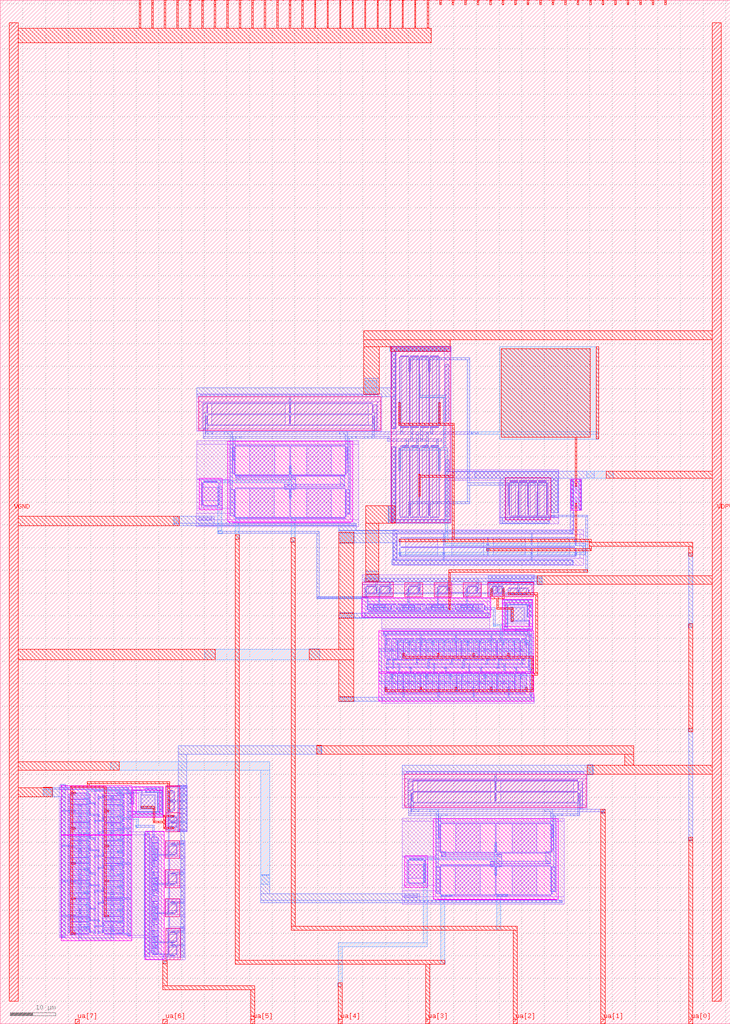
<source format=lef>
VERSION 5.7 ;
  NOWIREEXTENSIONATPIN ON ;
  DIVIDERCHAR "/" ;
  BUSBITCHARS "[]" ;
MACRO tt_um_DalinEM_diff_amp
  CLASS BLOCK ;
  FOREIGN tt_um_DalinEM_diff_amp ;
  ORIGIN 0.000 0.000 ;
  SIZE 161.000 BY 225.760 ;
  PIN clk
    DIRECTION INPUT ;
    USE SIGNAL ;
    PORT
      LAYER met4 ;
        RECT 143.830 224.760 144.130 225.760 ;
    END
  END clk
  PIN ena
    DIRECTION INPUT ;
    USE SIGNAL ;
    PORT
      LAYER met4 ;
        RECT 146.590 224.760 146.890 225.760 ;
    END
  END ena
  PIN rst_n
    DIRECTION INPUT ;
    USE SIGNAL ;
    PORT
      LAYER met4 ;
        RECT 141.070 224.760 141.370 225.760 ;
    END
  END rst_n
  PIN ua[0]
    DIRECTION INOUT ;
    USE SIGNAL ;
    ANTENNADIFFAREA 14.355000 ;
    PORT
      LAYER met4 ;
        RECT 151.810 0.000 152.710 1.000 ;
    END
  END ua[0]
  PIN ua[1]
    DIRECTION INOUT ;
    USE SIGNAL ;
    ANTENNADIFFAREA 4.524000 ;
    PORT
      LAYER met4 ;
        RECT 132.490 0.000 133.390 1.000 ;
    END
  END ua[1]
  PIN ua[2]
    DIRECTION INOUT ;
    USE SIGNAL ;
    ANTENNAGATEAREA 288.000000 ;
    PORT
      LAYER met4 ;
        RECT 113.170 0.000 114.070 1.000 ;
    END
  END ua[2]
  PIN ua[3]
    DIRECTION INOUT ;
    USE SIGNAL ;
    ANTENNAGATEAREA 288.000000 ;
    PORT
      LAYER met4 ;
        RECT 93.850 0.000 94.750 1.000 ;
    END
  END ua[3]
  PIN ua[4]
    DIRECTION INOUT ;
    USE SIGNAL ;
    ANTENNAGATEAREA 15.000000 ;
    PORT
      LAYER met4 ;
        RECT 74.530 0.000 75.430 1.000 ;
    END
  END ua[4]
  PIN ua[5]
    DIRECTION INOUT ;
    USE SIGNAL ;
    ANTENNADIFFAREA 1.160000 ;
    PORT
      LAYER met4 ;
        RECT 55.210 0.000 56.110 1.000 ;
    END
  END ua[5]
  PIN ua[6]
    DIRECTION INOUT ;
    USE SIGNAL ;
    PORT
      LAYER met4 ;
        RECT 35.890 0.000 36.790 1.000 ;
    END
  END ua[6]
  PIN ua[7]
    DIRECTION INOUT ;
    USE SIGNAL ;
    PORT
      LAYER met4 ;
        RECT 16.570 0.000 17.470 1.000 ;
    END
  END ua[7]
  PIN ui_in[0]
    DIRECTION INPUT ;
    USE SIGNAL ;
    PORT
      LAYER met4 ;
        RECT 138.310 224.760 138.610 225.760 ;
    END
  END ui_in[0]
  PIN ui_in[1]
    DIRECTION INPUT ;
    USE SIGNAL ;
    PORT
      LAYER met4 ;
        RECT 135.550 224.760 135.850 225.760 ;
    END
  END ui_in[1]
  PIN ui_in[2]
    DIRECTION INPUT ;
    USE SIGNAL ;
    PORT
      LAYER met4 ;
        RECT 132.790 224.760 133.090 225.760 ;
    END
  END ui_in[2]
  PIN ui_in[3]
    DIRECTION INPUT ;
    USE SIGNAL ;
    PORT
      LAYER met4 ;
        RECT 130.030 224.760 130.330 225.760 ;
    END
  END ui_in[3]
  PIN ui_in[4]
    DIRECTION INPUT ;
    USE SIGNAL ;
    PORT
      LAYER met4 ;
        RECT 127.270 224.760 127.570 225.760 ;
    END
  END ui_in[4]
  PIN ui_in[5]
    DIRECTION INPUT ;
    USE SIGNAL ;
    PORT
      LAYER met4 ;
        RECT 124.510 224.760 124.810 225.760 ;
    END
  END ui_in[5]
  PIN ui_in[6]
    DIRECTION INPUT ;
    USE SIGNAL ;
    PORT
      LAYER met4 ;
        RECT 121.750 224.760 122.050 225.760 ;
    END
  END ui_in[6]
  PIN ui_in[7]
    DIRECTION INPUT ;
    USE SIGNAL ;
    PORT
      LAYER met4 ;
        RECT 118.990 224.760 119.290 225.760 ;
    END
  END ui_in[7]
  PIN uio_in[0]
    DIRECTION INPUT ;
    USE SIGNAL ;
    PORT
      LAYER met4 ;
        RECT 116.230 224.760 116.530 225.760 ;
    END
  END uio_in[0]
  PIN uio_in[1]
    DIRECTION INPUT ;
    USE SIGNAL ;
    PORT
      LAYER met4 ;
        RECT 113.470 224.760 113.770 225.760 ;
    END
  END uio_in[1]
  PIN uio_in[2]
    DIRECTION INPUT ;
    USE SIGNAL ;
    PORT
      LAYER met4 ;
        RECT 110.710 224.760 111.010 225.760 ;
    END
  END uio_in[2]
  PIN uio_in[3]
    DIRECTION INPUT ;
    USE SIGNAL ;
    PORT
      LAYER met4 ;
        RECT 107.950 224.760 108.250 225.760 ;
    END
  END uio_in[3]
  PIN uio_in[4]
    DIRECTION INPUT ;
    USE SIGNAL ;
    PORT
      LAYER met4 ;
        RECT 105.190 224.760 105.490 225.760 ;
    END
  END uio_in[4]
  PIN uio_in[5]
    DIRECTION INPUT ;
    USE SIGNAL ;
    PORT
      LAYER met4 ;
        RECT 102.430 224.760 102.730 225.760 ;
    END
  END uio_in[5]
  PIN uio_in[6]
    DIRECTION INPUT ;
    USE SIGNAL ;
    PORT
      LAYER met4 ;
        RECT 99.670 224.760 99.970 225.760 ;
    END
  END uio_in[6]
  PIN uio_in[7]
    DIRECTION INPUT ;
    USE SIGNAL ;
    PORT
      LAYER met4 ;
        RECT 96.910 224.760 97.210 225.760 ;
    END
  END uio_in[7]
  PIN uio_oe[0]
    DIRECTION OUTPUT ;
    USE SIGNAL ;
    ANTENNAGATEAREA 53.457798 ;
    ANTENNADIFFAREA 170.201599 ;
    PORT
      LAYER met4 ;
        RECT 49.990 224.760 50.290 225.760 ;
    END
  END uio_oe[0]
  PIN uio_oe[1]
    DIRECTION OUTPUT ;
    USE SIGNAL ;
    ANTENNAGATEAREA 53.457798 ;
    ANTENNADIFFAREA 170.201599 ;
    PORT
      LAYER met4 ;
        RECT 47.230 224.760 47.530 225.760 ;
    END
  END uio_oe[1]
  PIN uio_oe[2]
    DIRECTION OUTPUT ;
    USE SIGNAL ;
    ANTENNAGATEAREA 53.457798 ;
    ANTENNADIFFAREA 170.201599 ;
    PORT
      LAYER met4 ;
        RECT 44.470 224.760 44.770 225.760 ;
    END
  END uio_oe[2]
  PIN uio_oe[3]
    DIRECTION OUTPUT ;
    USE SIGNAL ;
    ANTENNAGATEAREA 53.457798 ;
    ANTENNADIFFAREA 170.201599 ;
    PORT
      LAYER met4 ;
        RECT 41.710 224.760 42.010 225.760 ;
    END
  END uio_oe[3]
  PIN uio_oe[4]
    DIRECTION OUTPUT ;
    USE SIGNAL ;
    ANTENNAGATEAREA 53.457798 ;
    ANTENNADIFFAREA 170.201599 ;
    PORT
      LAYER met4 ;
        RECT 38.950 224.760 39.250 225.760 ;
    END
  END uio_oe[4]
  PIN uio_oe[5]
    DIRECTION OUTPUT ;
    USE SIGNAL ;
    ANTENNAGATEAREA 53.457798 ;
    ANTENNADIFFAREA 170.201599 ;
    PORT
      LAYER met4 ;
        RECT 36.190 224.760 36.490 225.760 ;
    END
  END uio_oe[5]
  PIN uio_oe[6]
    DIRECTION OUTPUT ;
    USE SIGNAL ;
    ANTENNAGATEAREA 53.457798 ;
    ANTENNADIFFAREA 170.201599 ;
    PORT
      LAYER met4 ;
        RECT 33.430 224.760 33.730 225.760 ;
    END
  END uio_oe[6]
  PIN uio_oe[7]
    DIRECTION OUTPUT ;
    USE SIGNAL ;
    ANTENNAGATEAREA 53.457798 ;
    ANTENNADIFFAREA 170.201599 ;
    PORT
      LAYER met4 ;
        RECT 30.670 224.760 30.970 225.760 ;
    END
  END uio_oe[7]
  PIN uio_out[0]
    DIRECTION OUTPUT ;
    USE SIGNAL ;
    ANTENNAGATEAREA 53.457798 ;
    ANTENNADIFFAREA 170.201599 ;
    PORT
      LAYER met4 ;
        RECT 72.070 224.760 72.370 225.760 ;
    END
  END uio_out[0]
  PIN uio_out[1]
    DIRECTION OUTPUT ;
    USE SIGNAL ;
    ANTENNAGATEAREA 53.457798 ;
    ANTENNADIFFAREA 170.201599 ;
    PORT
      LAYER met4 ;
        RECT 69.310 224.760 69.610 225.760 ;
    END
  END uio_out[1]
  PIN uio_out[2]
    DIRECTION OUTPUT ;
    USE SIGNAL ;
    ANTENNAGATEAREA 53.457798 ;
    ANTENNADIFFAREA 170.201599 ;
    PORT
      LAYER met4 ;
        RECT 66.550 224.760 66.850 225.760 ;
    END
  END uio_out[2]
  PIN uio_out[3]
    DIRECTION OUTPUT ;
    USE SIGNAL ;
    ANTENNAGATEAREA 53.457798 ;
    ANTENNADIFFAREA 170.201599 ;
    PORT
      LAYER met4 ;
        RECT 63.790 224.760 64.090 225.760 ;
    END
  END uio_out[3]
  PIN uio_out[4]
    DIRECTION OUTPUT ;
    USE SIGNAL ;
    ANTENNAGATEAREA 53.457798 ;
    ANTENNADIFFAREA 170.201599 ;
    PORT
      LAYER met4 ;
        RECT 61.030 224.760 61.330 225.760 ;
    END
  END uio_out[4]
  PIN uio_out[5]
    DIRECTION OUTPUT ;
    USE SIGNAL ;
    ANTENNAGATEAREA 53.457798 ;
    ANTENNADIFFAREA 170.201599 ;
    PORT
      LAYER met4 ;
        RECT 58.270 224.760 58.570 225.760 ;
    END
  END uio_out[5]
  PIN uio_out[6]
    DIRECTION OUTPUT ;
    USE SIGNAL ;
    ANTENNAGATEAREA 53.457798 ;
    ANTENNADIFFAREA 170.201599 ;
    PORT
      LAYER met4 ;
        RECT 55.510 224.760 55.810 225.760 ;
    END
  END uio_out[6]
  PIN uio_out[7]
    DIRECTION OUTPUT ;
    USE SIGNAL ;
    ANTENNAGATEAREA 53.457798 ;
    ANTENNADIFFAREA 170.201599 ;
    PORT
      LAYER met4 ;
        RECT 52.750 224.760 53.050 225.760 ;
    END
  END uio_out[7]
  PIN uo_out[0]
    DIRECTION OUTPUT ;
    USE SIGNAL ;
    ANTENNAGATEAREA 53.457798 ;
    ANTENNADIFFAREA 170.201599 ;
    PORT
      LAYER met4 ;
        RECT 94.150 224.760 94.450 225.760 ;
    END
  END uo_out[0]
  PIN uo_out[1]
    DIRECTION OUTPUT ;
    USE SIGNAL ;
    ANTENNAGATEAREA 53.457798 ;
    ANTENNADIFFAREA 170.201599 ;
    PORT
      LAYER met4 ;
        RECT 91.390 224.760 91.690 225.760 ;
    END
  END uo_out[1]
  PIN uo_out[2]
    DIRECTION OUTPUT ;
    USE SIGNAL ;
    ANTENNAGATEAREA 53.457798 ;
    ANTENNADIFFAREA 170.201599 ;
    PORT
      LAYER met4 ;
        RECT 88.630 224.760 88.930 225.760 ;
    END
  END uo_out[2]
  PIN uo_out[3]
    DIRECTION OUTPUT ;
    USE SIGNAL ;
    ANTENNAGATEAREA 53.457798 ;
    ANTENNADIFFAREA 170.201599 ;
    PORT
      LAYER met4 ;
        RECT 85.870 224.760 86.170 225.760 ;
    END
  END uo_out[3]
  PIN uo_out[4]
    DIRECTION OUTPUT ;
    USE SIGNAL ;
    ANTENNAGATEAREA 53.457798 ;
    ANTENNADIFFAREA 170.201599 ;
    PORT
      LAYER met4 ;
        RECT 83.110 224.760 83.410 225.760 ;
    END
  END uo_out[4]
  PIN uo_out[5]
    DIRECTION OUTPUT ;
    USE SIGNAL ;
    ANTENNAGATEAREA 53.457798 ;
    ANTENNADIFFAREA 170.201599 ;
    PORT
      LAYER met4 ;
        RECT 80.350 224.760 80.650 225.760 ;
    END
  END uo_out[5]
  PIN uo_out[6]
    DIRECTION OUTPUT ;
    USE SIGNAL ;
    ANTENNAGATEAREA 53.457798 ;
    ANTENNADIFFAREA 170.201599 ;
    PORT
      LAYER met4 ;
        RECT 77.590 224.760 77.890 225.760 ;
    END
  END uo_out[6]
  PIN uo_out[7]
    DIRECTION OUTPUT ;
    USE SIGNAL ;
    ANTENNAGATEAREA 53.457798 ;
    ANTENNADIFFAREA 170.201599 ;
    PORT
      LAYER met4 ;
        RECT 74.830 224.760 75.130 225.760 ;
    END
  END uo_out[7]
  PIN VDPWR
    DIRECTION INOUT ;
    USE POWER ;
    PORT
      LAYER met4 ;
        RECT 157.000 5.000 159.000 220.760 ;
    END
  END VDPWR
  PIN VGND
    DIRECTION INOUT ;
    USE GROUND ;
    PORT
      LAYER met4 ;
        RECT 2.000 5.000 4.000 220.760 ;
    END
  END VGND
  OBS
      LAYER nwell ;
        RECT 43.815 130.925 83.865 138.300 ;
      LAYER pwell ;
        RECT 43.835 113.355 48.935 120.315 ;
        RECT 50.135 110.700 77.770 128.475 ;
        RECT 50.555 110.530 50.670 110.700 ;
        RECT 51.140 110.530 77.305 110.540 ;
      LAYER nwell ;
        RECT 86.210 110.535 99.275 149.330 ;
        RECT 111.390 111.180 121.420 120.370 ;
      LAYER pwell ;
        RECT 125.970 113.220 127.980 120.040 ;
      LAYER nwell ;
        RECT 79.835 94.205 86.700 97.380 ;
        RECT 107.550 97.315 117.605 97.320 ;
        RECT 89.220 94.125 93.180 97.315 ;
        RECT 95.670 94.125 99.630 97.315 ;
        RECT 102.120 94.125 106.080 97.315 ;
        RECT 107.550 94.160 117.625 97.315 ;
        RECT 111.705 94.155 117.625 94.160 ;
      LAYER pwell ;
        RECT 79.765 89.665 108.135 93.900 ;
        RECT 110.725 92.850 117.425 93.615 ;
        RECT 110.725 87.680 111.490 92.850 ;
        RECT 116.660 87.680 117.425 92.850 ;
        RECT 110.725 86.915 117.425 87.680 ;
        RECT 83.485 77.600 117.695 86.685 ;
        RECT 83.485 77.585 106.740 77.600 ;
        RECT 106.905 77.585 117.695 77.600 ;
        RECT 83.485 77.355 117.695 77.585 ;
        RECT 83.485 77.335 106.735 77.355 ;
        RECT 106.895 77.335 117.695 77.355 ;
        RECT 83.485 71.115 117.695 77.335 ;
        RECT 13.425 41.735 28.995 52.525 ;
      LAYER nwell ;
        RECT 36.465 52.435 39.625 52.455 ;
      LAYER pwell ;
        RECT 29.225 51.490 35.925 52.255 ;
        RECT 29.225 46.320 29.990 51.490 ;
        RECT 35.160 46.320 35.925 51.490 ;
      LAYER nwell ;
        RECT 36.465 46.535 39.630 52.435 ;
        RECT 89.160 47.705 129.210 55.080 ;
      LAYER pwell ;
        RECT 29.225 45.555 35.925 46.320 ;
        RECT 13.425 41.725 19.895 41.735 ;
        RECT 13.425 41.565 19.645 41.725 ;
        RECT 19.665 41.570 19.895 41.725 ;
        RECT 19.910 41.570 28.995 41.735 ;
        RECT 19.665 41.565 28.995 41.570 ;
        RECT 13.425 18.315 28.995 41.565 ;
        RECT 31.975 14.100 36.210 42.470 ;
      LAYER nwell ;
        RECT 36.470 42.380 39.630 46.535 ;
        RECT 36.435 36.455 39.625 40.415 ;
        RECT 36.435 30.005 39.625 33.965 ;
      LAYER pwell ;
        RECT 89.180 30.135 94.280 37.095 ;
      LAYER nwell ;
        RECT 36.435 23.555 39.625 27.515 ;
      LAYER pwell ;
        RECT 95.480 27.480 123.115 45.255 ;
        RECT 95.900 27.310 96.015 27.480 ;
        RECT 96.485 27.310 122.650 27.320 ;
      LAYER nwell ;
        RECT 36.515 14.170 39.690 21.035 ;
      LAYER li1 ;
        RECT 86.135 148.245 99.460 149.415 ;
        RECT 43.285 137.230 84.165 138.920 ;
        RECT 43.285 131.385 44.555 137.230 ;
        RECT 45.760 136.785 63.760 136.955 ;
        RECT 64.050 136.785 82.050 136.955 ;
        RECT 45.530 134.730 45.700 136.570 ;
        RECT 63.820 134.730 63.990 136.570 ;
        RECT 82.110 134.730 82.280 136.570 ;
        RECT 45.760 134.345 63.760 134.515 ;
        RECT 64.050 134.345 82.050 134.515 ;
        RECT 45.530 132.290 45.700 134.130 ;
        RECT 63.820 132.290 63.990 134.130 ;
        RECT 82.110 132.290 82.280 134.130 ;
        RECT 45.760 131.905 63.760 132.075 ;
        RECT 64.050 131.905 82.050 132.075 ;
        RECT 83.115 131.385 84.160 137.230 ;
        RECT 43.285 130.720 84.160 131.385 ;
        RECT 43.290 127.845 79.035 128.545 ;
        RECT 43.290 120.140 50.670 127.845 ;
        RECT 51.810 127.380 63.810 127.550 ;
        RECT 64.100 127.380 76.100 127.550 ;
        RECT 51.580 121.170 51.750 127.210 ;
        RECT 63.870 121.170 64.040 127.210 ;
        RECT 76.160 121.170 76.330 127.210 ;
        RECT 51.810 120.830 63.810 121.000 ;
        RECT 64.100 120.830 76.100 121.000 ;
        RECT 43.285 119.955 50.670 120.140 ;
        RECT 43.285 113.725 44.340 119.955 ;
        RECT 44.865 119.395 47.905 119.565 ;
        RECT 44.525 114.335 44.695 119.335 ;
        RECT 48.075 114.335 48.245 119.335 ;
        RECT 44.865 113.725 47.905 114.275 ;
        RECT 48.545 113.725 50.670 119.955 ;
        RECT 51.805 118.005 63.805 118.175 ;
        RECT 64.095 118.005 76.095 118.175 ;
        RECT 43.285 112.575 50.670 113.725 ;
        RECT 43.275 111.175 50.670 112.575 ;
        RECT 51.575 111.795 51.745 117.835 ;
        RECT 63.865 111.795 64.035 117.835 ;
        RECT 76.155 111.795 76.325 117.835 ;
        RECT 51.805 111.455 63.805 111.625 ;
        RECT 64.095 111.455 76.095 111.625 ;
        RECT 77.285 111.175 79.035 127.845 ;
        RECT 43.275 109.625 79.035 111.175 ;
        RECT 86.135 111.230 87.305 148.245 ;
        RECT 88.225 147.165 90.125 147.335 ;
        RECT 90.415 147.165 92.315 147.335 ;
        RECT 92.605 147.165 94.505 147.335 ;
        RECT 94.795 147.165 96.695 147.335 ;
        RECT 87.995 131.910 88.165 146.950 ;
        RECT 90.185 131.910 90.355 146.950 ;
        RECT 92.375 131.910 92.545 146.950 ;
        RECT 94.565 131.910 94.735 146.950 ;
        RECT 96.755 131.910 96.925 146.950 ;
        RECT 88.225 131.525 90.125 131.695 ;
        RECT 90.415 131.525 92.315 131.695 ;
        RECT 92.605 131.525 94.505 131.695 ;
        RECT 94.795 131.525 96.695 131.695 ;
        RECT 88.225 127.280 90.125 127.450 ;
        RECT 90.415 127.280 92.315 127.450 ;
        RECT 92.605 127.280 94.505 127.450 ;
        RECT 94.795 127.280 96.695 127.450 ;
        RECT 87.995 112.025 88.165 127.065 ;
        RECT 90.185 112.025 90.355 127.065 ;
        RECT 92.375 112.025 92.545 127.065 ;
        RECT 94.565 112.025 94.735 127.065 ;
        RECT 96.755 112.025 96.925 127.065 ;
        RECT 97.880 122.220 99.460 148.245 ;
        RECT 97.880 119.890 123.160 122.220 ;
        RECT 88.225 111.640 90.125 111.810 ;
        RECT 90.415 111.640 92.315 111.810 ;
        RECT 92.605 111.640 94.505 111.810 ;
        RECT 94.795 111.640 96.695 111.810 ;
        RECT 97.880 111.230 99.460 119.890 ;
        RECT 86.135 110.540 99.460 111.230 ;
        RECT 110.080 111.675 111.790 119.890 ;
        RECT 112.370 119.510 114.170 119.680 ;
        RECT 114.460 119.510 116.260 119.680 ;
        RECT 116.550 119.510 118.350 119.680 ;
        RECT 118.640 119.510 120.440 119.680 ;
        RECT 112.140 112.255 112.310 119.295 ;
        RECT 114.230 112.255 114.400 119.295 ;
        RECT 116.320 112.255 116.490 119.295 ;
        RECT 118.410 112.255 118.580 119.295 ;
        RECT 120.500 112.255 120.670 119.295 ;
        RECT 112.370 111.870 114.170 112.040 ;
        RECT 114.460 111.870 116.260 112.040 ;
        RECT 116.550 111.870 118.350 112.040 ;
        RECT 118.640 111.870 120.440 112.040 ;
        RECT 120.990 111.675 123.160 119.890 ;
        RECT 110.080 111.575 123.160 111.675 ;
        RECT 125.710 119.665 128.295 120.095 ;
        RECT 125.710 113.685 126.495 119.665 ;
        RECT 126.800 117.050 127.150 119.210 ;
        RECT 126.800 114.050 127.150 116.210 ;
        RECT 127.510 113.685 128.295 119.665 ;
        RECT 125.710 113.255 128.295 113.685 ;
        RECT 86.135 110.405 99.390 110.540 ;
        RECT 110.080 110.295 123.180 111.575 ;
        RECT 125.710 108.935 126.495 113.255 ;
        RECT 86.615 108.000 128.650 108.935 ;
        RECT 86.615 102.610 87.505 108.000 ;
        RECT 88.275 107.105 97.675 107.275 ;
        RECT 97.965 107.105 107.365 107.275 ;
        RECT 107.655 107.105 117.055 107.275 ;
        RECT 117.345 107.105 126.745 107.275 ;
        RECT 88.045 105.395 88.215 106.935 ;
        RECT 97.735 105.395 97.905 106.935 ;
        RECT 107.425 105.395 107.595 106.935 ;
        RECT 117.115 105.395 117.285 106.935 ;
        RECT 126.805 105.395 126.975 106.935 ;
        RECT 88.275 105.055 97.675 105.225 ;
        RECT 97.965 105.055 107.365 105.225 ;
        RECT 107.655 105.055 117.055 105.225 ;
        RECT 117.345 105.055 126.745 105.225 ;
        RECT 88.045 103.345 88.215 104.885 ;
        RECT 97.735 103.345 97.905 104.885 ;
        RECT 107.425 103.345 107.595 104.885 ;
        RECT 117.115 103.345 117.285 104.885 ;
        RECT 126.805 103.345 126.975 104.885 ;
        RECT 88.275 103.005 97.675 103.175 ;
        RECT 97.965 103.005 107.365 103.175 ;
        RECT 107.655 103.005 117.055 103.175 ;
        RECT 117.345 103.005 126.745 103.175 ;
        RECT 127.805 102.610 128.650 108.000 ;
        RECT 86.615 101.165 128.650 102.610 ;
        RECT 86.660 101.160 128.650 101.165 ;
        RECT 79.825 98.980 108.190 98.985 ;
        RECT 79.825 96.945 117.820 98.980 ;
        RECT 79.820 96.865 117.820 96.945 ;
        RECT 79.820 94.620 80.340 96.865 ;
        RECT 86.255 96.860 89.705 96.865 ;
        RECT 92.205 96.860 96.070 96.865 ;
        RECT 80.845 96.455 82.845 96.625 ;
        RECT 83.750 96.455 85.750 96.625 ;
        RECT 80.615 95.200 80.785 96.240 ;
        RECT 82.905 95.200 83.075 96.240 ;
        RECT 83.520 95.200 83.690 96.240 ;
        RECT 85.810 95.200 85.980 96.240 ;
        RECT 86.255 95.055 89.700 96.860 ;
        RECT 90.200 96.455 92.200 96.625 ;
        RECT 89.970 95.200 90.140 96.240 ;
        RECT 92.260 95.200 92.430 96.240 ;
        RECT 80.845 94.815 82.845 94.985 ;
        RECT 83.750 94.815 85.750 94.985 ;
        RECT 86.255 94.620 86.680 95.055 ;
        RECT 79.820 94.235 86.680 94.620 ;
        RECT 89.220 94.595 89.700 95.055 ;
        RECT 92.685 95.055 96.070 96.860 ;
        RECT 96.650 96.455 98.650 96.625 ;
        RECT 96.420 95.200 96.590 96.240 ;
        RECT 98.710 95.200 98.880 96.240 ;
        RECT 90.200 94.815 92.200 94.985 ;
        RECT 92.685 94.595 93.140 95.055 ;
        RECT 79.820 94.225 86.670 94.235 ;
        RECT 89.220 94.180 93.140 94.595 ;
        RECT 95.670 94.605 96.070 95.055 ;
        RECT 99.175 95.115 102.565 96.865 ;
        RECT 105.625 96.825 117.820 96.865 ;
        RECT 103.100 96.455 105.100 96.625 ;
        RECT 102.870 95.200 103.040 96.240 ;
        RECT 105.160 95.200 105.330 96.240 ;
        RECT 96.650 94.815 98.650 94.985 ;
        RECT 99.175 94.605 99.600 95.115 ;
        RECT 95.670 94.225 99.620 94.605 ;
        RECT 102.175 94.535 102.565 95.115 ;
        RECT 103.100 94.815 105.100 94.985 ;
        RECT 105.625 94.535 106.015 96.825 ;
        RECT 102.170 94.205 106.015 94.535 ;
        RECT 107.730 94.590 107.975 96.825 ;
        RECT 111.450 96.815 117.820 96.825 ;
        RECT 111.450 96.810 116.390 96.815 ;
        RECT 116.620 96.810 117.820 96.815 ;
        RECT 108.540 96.455 109.540 96.625 ;
        RECT 109.830 96.455 110.830 96.625 ;
        RECT 108.310 95.200 108.480 96.240 ;
        RECT 109.600 95.200 109.770 96.240 ;
        RECT 110.890 95.200 111.060 96.240 ;
        RECT 112.165 95.955 114.165 96.125 ;
        RECT 114.455 95.955 116.455 96.125 ;
        RECT 111.935 95.200 112.105 95.740 ;
        RECT 114.225 95.200 114.395 95.740 ;
        RECT 116.515 95.200 116.685 95.740 ;
        RECT 108.540 94.815 109.540 94.985 ;
        RECT 109.830 94.815 110.830 94.985 ;
        RECT 112.165 94.815 114.165 94.985 ;
        RECT 114.455 94.815 116.455 94.985 ;
        RECT 117.175 94.590 117.435 96.810 ;
        RECT 107.730 94.350 117.435 94.590 ;
        RECT 102.170 94.195 106.005 94.205 ;
        RECT 79.870 93.160 107.980 93.855 ;
        RECT 79.870 90.685 80.485 93.160 ;
        RECT 81.170 92.475 82.170 92.645 ;
        RECT 82.460 92.475 83.460 92.645 ;
        RECT 83.750 92.475 84.750 92.645 ;
        RECT 85.040 92.475 86.040 92.645 ;
        RECT 86.330 92.475 87.330 92.645 ;
        RECT 87.620 92.475 88.620 92.645 ;
        RECT 88.910 92.475 89.910 92.645 ;
        RECT 90.200 92.475 91.200 92.645 ;
        RECT 91.490 92.475 92.490 92.645 ;
        RECT 92.780 92.475 93.780 92.645 ;
        RECT 94.070 92.475 95.070 92.645 ;
        RECT 95.360 92.475 96.360 92.645 ;
        RECT 96.650 92.475 97.650 92.645 ;
        RECT 97.940 92.475 98.940 92.645 ;
        RECT 99.230 92.475 100.230 92.645 ;
        RECT 100.520 92.475 101.520 92.645 ;
        RECT 101.810 92.475 102.810 92.645 ;
        RECT 103.100 92.475 104.100 92.645 ;
        RECT 104.390 92.475 105.390 92.645 ;
        RECT 105.680 92.475 106.680 92.645 ;
        RECT 80.940 91.265 81.110 92.305 ;
        RECT 82.230 91.265 82.400 92.305 ;
        RECT 83.520 91.265 83.690 92.305 ;
        RECT 84.810 91.265 84.980 92.305 ;
        RECT 86.100 91.265 86.270 92.305 ;
        RECT 87.390 91.265 87.560 92.305 ;
        RECT 88.680 91.265 88.850 92.305 ;
        RECT 89.970 91.265 90.140 92.305 ;
        RECT 91.260 91.265 91.430 92.305 ;
        RECT 92.550 91.265 92.720 92.305 ;
        RECT 93.840 91.265 94.010 92.305 ;
        RECT 95.130 91.265 95.300 92.305 ;
        RECT 96.420 91.265 96.590 92.305 ;
        RECT 97.710 91.265 97.880 92.305 ;
        RECT 99.000 91.265 99.170 92.305 ;
        RECT 100.290 91.265 100.460 92.305 ;
        RECT 101.580 91.265 101.750 92.305 ;
        RECT 102.870 91.265 103.040 92.305 ;
        RECT 104.160 91.265 104.330 92.305 ;
        RECT 105.450 91.265 105.620 92.305 ;
        RECT 106.740 91.265 106.910 92.305 ;
        RECT 81.170 90.925 82.170 91.095 ;
        RECT 82.460 90.925 83.460 91.095 ;
        RECT 83.750 90.925 84.750 91.095 ;
        RECT 85.040 90.925 86.040 91.095 ;
        RECT 86.330 90.925 87.330 91.095 ;
        RECT 87.620 90.925 88.620 91.095 ;
        RECT 88.910 90.925 89.910 91.095 ;
        RECT 90.200 90.925 91.200 91.095 ;
        RECT 91.490 90.925 92.490 91.095 ;
        RECT 92.780 90.925 93.780 91.095 ;
        RECT 94.070 90.925 95.070 91.095 ;
        RECT 95.360 90.925 96.360 91.095 ;
        RECT 96.650 90.925 97.650 91.095 ;
        RECT 97.940 90.925 98.940 91.095 ;
        RECT 99.230 90.925 100.230 91.095 ;
        RECT 100.520 90.925 101.520 91.095 ;
        RECT 101.810 90.925 102.810 91.095 ;
        RECT 103.100 90.925 104.100 91.095 ;
        RECT 104.390 90.925 105.390 91.095 ;
        RECT 105.680 90.925 106.680 91.095 ;
        RECT 107.365 90.685 107.980 93.160 ;
        RECT 79.870 89.460 107.980 90.685 ;
        RECT 110.855 92.310 117.295 93.485 ;
        RECT 79.870 89.405 108.005 89.460 ;
        RECT 84.115 87.075 108.005 89.405 ;
        RECT 110.855 88.220 112.030 92.310 ;
        RECT 112.340 88.530 115.810 92.000 ;
        RECT 116.120 88.220 117.295 92.310 ;
        RECT 110.855 87.075 117.295 88.220 ;
        RECT 84.115 87.045 117.295 87.075 ;
        RECT 84.115 86.640 117.290 87.045 ;
        RECT 84.130 86.615 117.290 86.640 ;
        RECT 84.130 85.610 117.285 86.615 ;
        RECT 84.130 85.575 116.025 85.610 ;
        RECT 84.130 72.545 84.710 85.575 ;
        RECT 85.195 84.790 86.195 84.960 ;
        RECT 86.485 84.790 87.485 84.960 ;
        RECT 87.775 84.790 88.775 84.960 ;
        RECT 89.065 84.790 90.065 84.960 ;
        RECT 90.355 84.790 91.355 84.960 ;
        RECT 91.645 84.790 92.645 84.960 ;
        RECT 92.935 84.790 93.935 84.960 ;
        RECT 94.225 84.790 95.225 84.960 ;
        RECT 95.515 84.790 96.515 84.960 ;
        RECT 96.805 84.790 97.805 84.960 ;
        RECT 98.095 84.790 99.095 84.960 ;
        RECT 99.385 84.790 100.385 84.960 ;
        RECT 100.675 84.790 101.675 84.960 ;
        RECT 101.965 84.790 102.965 84.960 ;
        RECT 103.255 84.790 104.255 84.960 ;
        RECT 104.545 84.790 105.545 84.960 ;
        RECT 105.835 84.790 106.835 84.960 ;
        RECT 107.125 84.790 108.125 84.960 ;
        RECT 108.415 84.790 109.415 84.960 ;
        RECT 109.705 84.790 110.705 84.960 ;
        RECT 110.995 84.790 111.995 84.960 ;
        RECT 112.285 84.790 113.285 84.960 ;
        RECT 113.575 84.790 114.575 84.960 ;
        RECT 114.865 84.790 115.865 84.960 ;
        RECT 84.965 80.580 85.135 84.620 ;
        RECT 86.255 80.580 86.425 84.620 ;
        RECT 87.545 80.580 87.715 84.620 ;
        RECT 88.835 80.580 89.005 84.620 ;
        RECT 90.125 80.580 90.295 84.620 ;
        RECT 91.415 80.580 91.585 84.620 ;
        RECT 92.705 80.580 92.875 84.620 ;
        RECT 93.995 80.580 94.165 84.620 ;
        RECT 95.285 80.580 95.455 84.620 ;
        RECT 96.575 80.580 96.745 84.620 ;
        RECT 97.865 80.580 98.035 84.620 ;
        RECT 99.155 80.580 99.325 84.620 ;
        RECT 100.445 80.580 100.615 84.620 ;
        RECT 101.735 80.580 101.905 84.620 ;
        RECT 103.025 80.580 103.195 84.620 ;
        RECT 104.315 80.580 104.485 84.620 ;
        RECT 105.605 80.580 105.775 84.620 ;
        RECT 106.895 80.580 107.065 84.620 ;
        RECT 108.185 80.580 108.355 84.620 ;
        RECT 109.475 80.580 109.645 84.620 ;
        RECT 110.765 80.580 110.935 84.620 ;
        RECT 112.055 80.580 112.225 84.620 ;
        RECT 113.345 80.580 113.515 84.620 ;
        RECT 114.635 80.580 114.805 84.620 ;
        RECT 115.925 80.580 116.095 84.620 ;
        RECT 85.195 80.240 86.195 80.410 ;
        RECT 86.485 80.240 87.485 80.410 ;
        RECT 87.775 80.240 88.775 80.410 ;
        RECT 89.065 80.240 90.065 80.410 ;
        RECT 90.355 80.240 91.355 80.410 ;
        RECT 91.645 80.240 92.645 80.410 ;
        RECT 92.935 80.240 93.935 80.410 ;
        RECT 94.225 80.240 95.225 80.410 ;
        RECT 95.515 80.240 96.515 80.410 ;
        RECT 96.805 80.240 97.805 80.410 ;
        RECT 98.095 80.240 99.095 80.410 ;
        RECT 99.385 80.240 100.385 80.410 ;
        RECT 100.675 80.240 101.675 80.410 ;
        RECT 101.965 80.240 102.965 80.410 ;
        RECT 103.255 80.240 104.255 80.410 ;
        RECT 104.545 80.240 105.545 80.410 ;
        RECT 105.835 80.240 106.835 80.410 ;
        RECT 107.125 80.240 108.125 80.410 ;
        RECT 108.415 80.240 109.415 80.410 ;
        RECT 109.705 80.240 110.705 80.410 ;
        RECT 110.995 80.240 111.995 80.410 ;
        RECT 112.285 80.240 113.285 80.410 ;
        RECT 113.575 80.240 114.575 80.410 ;
        RECT 114.865 80.240 115.865 80.410 ;
        RECT 85.195 77.385 86.195 77.555 ;
        RECT 86.485 77.385 87.485 77.555 ;
        RECT 87.775 77.385 88.775 77.555 ;
        RECT 89.065 77.385 90.065 77.555 ;
        RECT 90.355 77.385 91.355 77.555 ;
        RECT 91.645 77.385 92.645 77.555 ;
        RECT 92.935 77.385 93.935 77.555 ;
        RECT 94.225 77.385 95.225 77.555 ;
        RECT 95.515 77.385 96.515 77.555 ;
        RECT 96.805 77.385 97.805 77.555 ;
        RECT 98.095 77.385 99.095 77.555 ;
        RECT 99.385 77.385 100.385 77.555 ;
        RECT 100.675 77.385 101.675 77.555 ;
        RECT 101.965 77.385 102.965 77.555 ;
        RECT 103.255 77.385 104.255 77.555 ;
        RECT 104.545 77.385 105.545 77.555 ;
        RECT 105.835 77.385 106.835 77.555 ;
        RECT 107.125 77.385 108.125 77.555 ;
        RECT 108.415 77.385 109.415 77.555 ;
        RECT 109.705 77.385 110.705 77.555 ;
        RECT 110.995 77.385 111.995 77.555 ;
        RECT 112.285 77.385 113.285 77.555 ;
        RECT 113.575 77.385 114.575 77.555 ;
        RECT 114.865 77.385 115.865 77.555 ;
        RECT 84.965 73.175 85.135 77.215 ;
        RECT 86.255 73.175 86.425 77.215 ;
        RECT 87.545 73.175 87.715 77.215 ;
        RECT 88.835 73.175 89.005 77.215 ;
        RECT 90.125 73.175 90.295 77.215 ;
        RECT 91.415 73.175 91.585 77.215 ;
        RECT 92.705 73.175 92.875 77.215 ;
        RECT 93.995 73.175 94.165 77.215 ;
        RECT 95.285 73.175 95.455 77.215 ;
        RECT 96.575 73.175 96.745 77.215 ;
        RECT 97.865 73.175 98.035 77.215 ;
        RECT 99.155 73.175 99.325 77.215 ;
        RECT 100.445 73.175 100.615 77.215 ;
        RECT 101.735 73.175 101.905 77.215 ;
        RECT 103.025 73.175 103.195 77.215 ;
        RECT 104.315 73.175 104.485 77.215 ;
        RECT 105.605 73.175 105.775 77.215 ;
        RECT 106.895 73.175 107.065 77.215 ;
        RECT 108.185 73.175 108.355 77.215 ;
        RECT 109.475 73.175 109.645 77.215 ;
        RECT 110.765 73.175 110.935 77.215 ;
        RECT 112.055 73.175 112.225 77.215 ;
        RECT 113.345 73.175 113.515 77.215 ;
        RECT 114.635 73.175 114.805 77.215 ;
        RECT 115.925 73.175 116.095 77.215 ;
        RECT 85.195 72.835 86.195 73.005 ;
        RECT 86.485 72.835 87.485 73.005 ;
        RECT 87.775 72.835 88.775 73.005 ;
        RECT 89.065 72.835 90.065 73.005 ;
        RECT 90.355 72.835 91.355 73.005 ;
        RECT 91.645 72.835 92.645 73.005 ;
        RECT 92.935 72.835 93.935 73.005 ;
        RECT 94.225 72.835 95.225 73.005 ;
        RECT 95.515 72.835 96.515 73.005 ;
        RECT 96.805 72.835 97.805 73.005 ;
        RECT 98.095 72.835 99.095 73.005 ;
        RECT 99.385 72.835 100.385 73.005 ;
        RECT 100.675 72.835 101.675 73.005 ;
        RECT 101.965 72.835 102.965 73.005 ;
        RECT 103.255 72.835 104.255 73.005 ;
        RECT 104.545 72.835 105.545 73.005 ;
        RECT 105.835 72.835 106.835 73.005 ;
        RECT 107.125 72.835 108.125 73.005 ;
        RECT 108.415 72.835 109.415 73.005 ;
        RECT 109.705 72.835 110.705 73.005 ;
        RECT 110.995 72.835 111.995 73.005 ;
        RECT 112.285 72.835 113.285 73.005 ;
        RECT 113.575 72.835 114.575 73.005 ;
        RECT 114.865 72.835 115.865 73.005 ;
        RECT 116.825 72.545 117.285 85.610 ;
        RECT 84.130 70.740 117.720 72.545 ;
        RECT 88.630 54.010 129.510 55.700 ;
        RECT 13.050 52.115 14.855 52.550 ;
        RECT 39.120 52.265 41.290 52.650 ;
        RECT 29.355 52.120 35.795 52.125 ;
        RECT 28.925 52.115 35.795 52.120 ;
        RECT 13.050 51.655 35.795 52.115 ;
        RECT 13.050 19.540 14.855 51.655 ;
        RECT 27.920 50.950 35.795 51.655 ;
        RECT 15.485 50.755 19.525 50.925 ;
        RECT 22.890 50.755 26.930 50.925 ;
        RECT 27.920 50.855 30.530 50.950 ;
        RECT 15.145 49.695 15.315 50.695 ;
        RECT 19.695 49.695 19.865 50.695 ;
        RECT 22.550 49.695 22.720 50.695 ;
        RECT 27.100 49.695 27.270 50.695 ;
        RECT 15.485 49.465 19.525 49.635 ;
        RECT 22.890 49.465 26.930 49.635 ;
        RECT 15.145 48.405 15.315 49.405 ;
        RECT 19.695 48.405 19.865 49.405 ;
        RECT 22.550 48.405 22.720 49.405 ;
        RECT 27.100 48.405 27.270 49.405 ;
        RECT 15.485 48.175 19.525 48.345 ;
        RECT 22.890 48.175 26.930 48.345 ;
        RECT 15.145 47.115 15.315 48.115 ;
        RECT 19.695 47.115 19.865 48.115 ;
        RECT 22.550 47.115 22.720 48.115 ;
        RECT 27.100 47.115 27.270 48.115 ;
        RECT 15.485 46.885 19.525 47.055 ;
        RECT 22.890 46.885 26.930 47.055 ;
        RECT 27.885 46.860 30.530 50.855 ;
        RECT 30.840 47.170 34.310 50.640 ;
        RECT 34.620 46.860 35.795 50.950 ;
        RECT 15.145 45.825 15.315 46.825 ;
        RECT 19.695 45.825 19.865 46.825 ;
        RECT 22.550 45.825 22.720 46.825 ;
        RECT 27.100 45.825 27.270 46.825 ;
        RECT 15.485 45.595 19.525 45.765 ;
        RECT 22.890 45.595 26.930 45.765 ;
        RECT 27.885 45.685 35.795 46.860 ;
        RECT 36.660 52.005 41.290 52.265 ;
        RECT 15.145 44.535 15.315 45.535 ;
        RECT 19.695 44.535 19.865 45.535 ;
        RECT 22.550 44.535 22.720 45.535 ;
        RECT 27.100 44.535 27.270 45.535 ;
        RECT 15.485 44.305 19.525 44.475 ;
        RECT 22.890 44.305 26.930 44.475 ;
        RECT 15.145 43.245 15.315 44.245 ;
        RECT 19.695 43.245 19.865 44.245 ;
        RECT 22.550 43.245 22.720 44.245 ;
        RECT 27.100 43.245 27.270 44.245 ;
        RECT 15.485 43.015 19.525 43.185 ;
        RECT 22.890 43.015 26.930 43.185 ;
        RECT 15.145 41.955 15.315 42.955 ;
        RECT 19.695 41.955 19.865 42.955 ;
        RECT 22.550 41.955 22.720 42.955 ;
        RECT 27.100 41.955 27.270 42.955 ;
        RECT 27.885 42.320 29.385 45.685 ;
        RECT 36.660 42.805 36.900 52.005 ;
        RECT 37.510 51.345 38.050 51.515 ;
        RECT 39.120 51.450 41.290 52.005 ;
        RECT 37.125 49.285 37.295 51.285 ;
        RECT 38.265 49.285 38.435 51.285 ;
        RECT 39.125 51.220 41.290 51.450 ;
        RECT 37.510 49.055 38.050 49.225 ;
        RECT 37.125 46.995 37.295 48.995 ;
        RECT 38.265 46.995 38.435 48.995 ;
        RECT 37.510 46.765 38.050 46.935 ;
        RECT 39.120 46.280 41.290 51.220 ;
        RECT 88.630 48.165 89.900 54.010 ;
        RECT 91.105 53.565 109.105 53.735 ;
        RECT 109.395 53.565 127.395 53.735 ;
        RECT 90.875 51.510 91.045 53.350 ;
        RECT 109.165 51.510 109.335 53.350 ;
        RECT 127.455 51.510 127.625 53.350 ;
        RECT 91.105 51.125 109.105 51.295 ;
        RECT 109.395 51.125 127.395 51.295 ;
        RECT 90.875 49.070 91.045 50.910 ;
        RECT 109.165 49.070 109.335 50.910 ;
        RECT 127.455 49.070 127.625 50.910 ;
        RECT 91.105 48.685 109.105 48.855 ;
        RECT 109.395 48.685 127.395 48.855 ;
        RECT 128.460 48.165 129.505 54.010 ;
        RECT 88.630 47.500 129.505 48.165 ;
        RECT 37.510 45.720 38.550 45.890 ;
        RECT 37.125 44.660 37.295 45.660 ;
        RECT 38.765 44.660 38.935 45.660 ;
        RECT 37.510 44.430 38.550 44.600 ;
        RECT 37.125 43.370 37.295 44.370 ;
        RECT 38.765 43.370 38.935 44.370 ;
        RECT 37.510 43.140 38.550 43.310 ;
        RECT 39.135 42.805 41.290 46.280 ;
        RECT 36.660 42.560 41.290 42.805 ;
        RECT 39.135 42.385 41.290 42.560 ;
        RECT 88.635 44.625 124.380 45.325 ;
        RECT 27.885 42.315 31.760 42.320 ;
        RECT 15.485 41.725 19.525 41.895 ;
        RECT 22.890 41.725 26.930 41.895 ;
        RECT 27.885 41.700 36.165 42.315 ;
        RECT 15.145 40.665 15.315 41.665 ;
        RECT 19.695 40.665 19.865 41.665 ;
        RECT 22.550 40.665 22.720 41.665 ;
        RECT 27.100 40.665 27.270 41.665 ;
        RECT 15.485 40.435 19.525 40.605 ;
        RECT 22.890 40.435 26.930 40.605 ;
        RECT 15.145 39.375 15.315 40.375 ;
        RECT 19.695 39.375 19.865 40.375 ;
        RECT 22.550 39.375 22.720 40.375 ;
        RECT 27.100 39.375 27.270 40.375 ;
        RECT 15.485 39.145 19.525 39.315 ;
        RECT 22.890 39.145 26.930 39.315 ;
        RECT 15.145 38.085 15.315 39.085 ;
        RECT 19.695 38.085 19.865 39.085 ;
        RECT 22.550 38.085 22.720 39.085 ;
        RECT 27.100 38.085 27.270 39.085 ;
        RECT 15.485 37.855 19.525 38.025 ;
        RECT 22.890 37.855 26.930 38.025 ;
        RECT 15.145 36.795 15.315 37.795 ;
        RECT 19.695 36.795 19.865 37.795 ;
        RECT 22.550 36.795 22.720 37.795 ;
        RECT 27.100 36.795 27.270 37.795 ;
        RECT 15.485 36.565 19.525 36.735 ;
        RECT 22.890 36.565 26.930 36.735 ;
        RECT 15.145 35.505 15.315 36.505 ;
        RECT 19.695 35.505 19.865 36.505 ;
        RECT 22.550 35.505 22.720 36.505 ;
        RECT 27.100 35.505 27.270 36.505 ;
        RECT 15.485 35.275 19.525 35.445 ;
        RECT 22.890 35.275 26.930 35.445 ;
        RECT 15.145 34.215 15.315 35.215 ;
        RECT 19.695 34.215 19.865 35.215 ;
        RECT 22.550 34.215 22.720 35.215 ;
        RECT 27.100 34.215 27.270 35.215 ;
        RECT 15.485 33.985 19.525 34.155 ;
        RECT 22.890 33.985 26.930 34.155 ;
        RECT 15.145 32.925 15.315 33.925 ;
        RECT 19.695 32.925 19.865 33.925 ;
        RECT 22.550 32.925 22.720 33.925 ;
        RECT 27.100 32.925 27.270 33.925 ;
        RECT 15.485 32.695 19.525 32.865 ;
        RECT 22.890 32.695 26.930 32.865 ;
        RECT 15.145 31.635 15.315 32.635 ;
        RECT 19.695 31.635 19.865 32.635 ;
        RECT 22.550 31.635 22.720 32.635 ;
        RECT 27.100 31.635 27.270 32.635 ;
        RECT 15.485 31.405 19.525 31.575 ;
        RECT 22.890 31.405 26.930 31.575 ;
        RECT 15.145 30.345 15.315 31.345 ;
        RECT 19.695 30.345 19.865 31.345 ;
        RECT 22.550 30.345 22.720 31.345 ;
        RECT 27.100 30.345 27.270 31.345 ;
        RECT 15.485 30.115 19.525 30.285 ;
        RECT 22.890 30.115 26.930 30.285 ;
        RECT 15.145 29.055 15.315 30.055 ;
        RECT 19.695 29.055 19.865 30.055 ;
        RECT 22.550 29.055 22.720 30.055 ;
        RECT 27.100 29.055 27.270 30.055 ;
        RECT 15.485 28.825 19.525 28.995 ;
        RECT 22.890 28.825 26.930 28.995 ;
        RECT 15.145 27.765 15.315 28.765 ;
        RECT 19.695 27.765 19.865 28.765 ;
        RECT 22.550 27.765 22.720 28.765 ;
        RECT 27.100 27.765 27.270 28.765 ;
        RECT 15.485 27.535 19.525 27.705 ;
        RECT 22.890 27.535 26.930 27.705 ;
        RECT 15.145 26.475 15.315 27.475 ;
        RECT 19.695 26.475 19.865 27.475 ;
        RECT 22.550 26.475 22.720 27.475 ;
        RECT 27.100 26.475 27.270 27.475 ;
        RECT 15.485 26.245 19.525 26.415 ;
        RECT 22.890 26.245 26.930 26.415 ;
        RECT 15.145 25.185 15.315 26.185 ;
        RECT 19.695 25.185 19.865 26.185 ;
        RECT 22.550 25.185 22.720 26.185 ;
        RECT 27.100 25.185 27.270 26.185 ;
        RECT 15.485 24.955 19.525 25.125 ;
        RECT 22.890 24.955 26.930 25.125 ;
        RECT 15.145 23.895 15.315 24.895 ;
        RECT 19.695 23.895 19.865 24.895 ;
        RECT 22.550 23.895 22.720 24.895 ;
        RECT 27.100 23.895 27.270 24.895 ;
        RECT 15.485 23.665 19.525 23.835 ;
        RECT 22.890 23.665 26.930 23.835 ;
        RECT 15.145 22.605 15.315 23.605 ;
        RECT 19.695 22.605 19.865 23.605 ;
        RECT 22.550 22.605 22.720 23.605 ;
        RECT 27.100 22.605 27.270 23.605 ;
        RECT 15.485 22.375 19.525 22.545 ;
        RECT 22.890 22.375 26.930 22.545 ;
        RECT 15.145 21.315 15.315 22.315 ;
        RECT 19.695 21.315 19.865 22.315 ;
        RECT 22.550 21.315 22.720 22.315 ;
        RECT 27.100 21.315 27.270 22.315 ;
        RECT 15.485 21.085 19.525 21.255 ;
        RECT 22.890 21.085 26.930 21.255 ;
        RECT 15.145 20.025 15.315 21.025 ;
        RECT 19.695 20.025 19.865 21.025 ;
        RECT 22.550 20.025 22.720 21.025 ;
        RECT 27.100 20.025 27.270 21.025 ;
        RECT 15.485 19.795 19.525 19.965 ;
        RECT 22.890 19.795 26.930 19.965 ;
        RECT 27.885 19.540 32.995 41.700 ;
        RECT 33.575 41.075 34.615 41.245 ;
        RECT 33.235 40.015 33.405 41.015 ;
        RECT 34.785 40.015 34.955 41.015 ;
        RECT 33.575 39.785 34.615 39.955 ;
        RECT 33.235 38.725 33.405 39.725 ;
        RECT 34.785 38.725 34.955 39.725 ;
        RECT 33.575 38.495 34.615 38.665 ;
        RECT 33.235 37.435 33.405 38.435 ;
        RECT 34.785 37.435 34.955 38.435 ;
        RECT 33.575 37.205 34.615 37.375 ;
        RECT 33.235 36.145 33.405 37.145 ;
        RECT 34.785 36.145 34.955 37.145 ;
        RECT 33.575 35.915 34.615 36.085 ;
        RECT 33.235 34.855 33.405 35.855 ;
        RECT 34.785 34.855 34.955 35.855 ;
        RECT 33.575 34.625 34.615 34.795 ;
        RECT 33.235 33.565 33.405 34.565 ;
        RECT 34.785 33.565 34.955 34.565 ;
        RECT 33.575 33.335 34.615 33.505 ;
        RECT 33.235 32.275 33.405 33.275 ;
        RECT 34.785 32.275 34.955 33.275 ;
        RECT 33.575 32.045 34.615 32.215 ;
        RECT 33.235 30.985 33.405 31.985 ;
        RECT 34.785 30.985 34.955 31.985 ;
        RECT 33.575 30.755 34.615 30.925 ;
        RECT 33.235 29.695 33.405 30.695 ;
        RECT 34.785 29.695 34.955 30.695 ;
        RECT 33.575 29.465 34.615 29.635 ;
        RECT 33.235 28.405 33.405 29.405 ;
        RECT 34.785 28.405 34.955 29.405 ;
        RECT 33.575 28.175 34.615 28.345 ;
        RECT 33.235 27.115 33.405 28.115 ;
        RECT 34.785 27.115 34.955 28.115 ;
        RECT 33.575 26.885 34.615 27.055 ;
        RECT 33.235 25.825 33.405 26.825 ;
        RECT 34.785 25.825 34.955 26.825 ;
        RECT 33.575 25.595 34.615 25.765 ;
        RECT 33.235 24.535 33.405 25.535 ;
        RECT 34.785 24.535 34.955 25.535 ;
        RECT 33.575 24.305 34.615 24.475 ;
        RECT 33.235 23.245 33.405 24.245 ;
        RECT 34.785 23.245 34.955 24.245 ;
        RECT 33.575 23.015 34.615 23.185 ;
        RECT 33.235 21.955 33.405 22.955 ;
        RECT 34.785 21.955 34.955 22.955 ;
        RECT 33.575 21.725 34.615 21.895 ;
        RECT 33.235 20.665 33.405 21.665 ;
        RECT 34.785 20.665 34.955 21.665 ;
        RECT 33.575 20.435 34.615 20.605 ;
        RECT 13.050 18.960 32.995 19.540 ;
        RECT 33.235 19.375 33.405 20.375 ;
        RECT 34.785 19.375 34.955 20.375 ;
        RECT 33.575 19.145 34.615 19.315 ;
        RECT 31.715 14.820 32.995 18.960 ;
        RECT 33.235 18.085 33.405 19.085 ;
        RECT 34.785 18.085 34.955 19.085 ;
        RECT 33.575 17.855 34.615 18.025 ;
        RECT 33.235 16.795 33.405 17.795 ;
        RECT 34.785 16.795 34.955 17.795 ;
        RECT 33.575 16.565 34.615 16.735 ;
        RECT 33.235 15.505 33.405 16.505 ;
        RECT 34.785 15.505 34.955 16.505 ;
        RECT 33.575 15.275 34.615 15.445 ;
        RECT 35.470 14.820 36.165 41.700 ;
        RECT 36.515 40.340 40.800 40.350 ;
        RECT 36.505 39.960 40.800 40.340 ;
        RECT 36.505 36.900 36.845 39.960 ;
        RECT 37.510 39.495 38.550 39.665 ;
        RECT 37.125 37.435 37.295 39.435 ;
        RECT 38.765 37.435 38.935 39.435 ;
        RECT 37.510 37.205 38.550 37.375 ;
        RECT 39.175 36.900 40.800 39.960 ;
        RECT 88.635 36.920 96.015 44.625 ;
        RECT 97.155 44.160 109.155 44.330 ;
        RECT 109.445 44.160 121.445 44.330 ;
        RECT 96.925 37.950 97.095 43.990 ;
        RECT 109.215 37.950 109.385 43.990 ;
        RECT 121.505 37.950 121.675 43.990 ;
        RECT 97.155 37.610 109.155 37.780 ;
        RECT 109.445 37.610 121.445 37.780 ;
        RECT 36.505 36.510 40.800 36.900 ;
        RECT 36.505 36.505 36.845 36.510 ;
        RECT 36.535 33.935 36.915 33.955 ;
        RECT 37.425 33.935 40.800 36.510 ;
        RECT 36.535 33.510 40.800 33.935 ;
        RECT 36.535 30.405 36.915 33.510 ;
        RECT 37.510 33.045 38.550 33.215 ;
        RECT 37.125 30.985 37.295 32.985 ;
        RECT 38.765 30.985 38.935 32.985 ;
        RECT 37.510 30.755 38.550 30.925 ;
        RECT 39.175 30.405 40.800 33.510 ;
        RECT 36.535 30.005 40.800 30.405 ;
        RECT 37.365 27.475 40.800 30.005 ;
        RECT 88.630 36.735 96.015 36.920 ;
        RECT 88.630 30.505 89.685 36.735 ;
        RECT 90.210 36.175 93.250 36.345 ;
        RECT 89.870 31.115 90.040 36.115 ;
        RECT 93.420 31.115 93.590 36.115 ;
        RECT 90.210 30.505 93.250 31.055 ;
        RECT 93.890 30.505 96.015 36.735 ;
        RECT 97.150 34.785 109.150 34.955 ;
        RECT 109.440 34.785 121.440 34.955 ;
        RECT 88.630 29.355 96.015 30.505 ;
        RECT 36.490 27.020 40.800 27.475 ;
        RECT 36.490 24.035 36.905 27.020 ;
        RECT 37.510 26.595 38.550 26.765 ;
        RECT 39.170 26.540 40.800 27.020 ;
        RECT 37.125 24.535 37.295 26.535 ;
        RECT 38.765 24.535 38.935 26.535 ;
        RECT 37.510 24.305 38.550 24.475 ;
        RECT 39.175 24.040 40.800 26.540 ;
        RECT 88.620 27.955 96.015 29.355 ;
        RECT 96.920 28.575 97.090 34.615 ;
        RECT 109.210 28.575 109.380 34.615 ;
        RECT 121.500 28.575 121.670 34.615 ;
        RECT 97.150 28.235 109.150 28.405 ;
        RECT 109.440 28.235 121.440 28.405 ;
        RECT 122.630 27.955 124.380 44.625 ;
        RECT 88.620 26.405 124.380 27.955 ;
        RECT 39.170 24.035 40.800 24.040 ;
        RECT 36.490 23.555 40.800 24.035 ;
        RECT 37.365 21.370 40.800 23.555 ;
        RECT 37.365 21.015 40.805 21.370 ;
        RECT 36.545 21.005 40.805 21.015 ;
        RECT 31.715 14.205 36.165 14.820 ;
        RECT 36.535 20.590 40.805 21.005 ;
        RECT 36.535 14.675 36.930 20.590 ;
        RECT 37.510 20.145 38.550 20.315 ;
        RECT 37.125 18.085 37.295 20.085 ;
        RECT 38.765 18.085 38.935 20.085 ;
        RECT 37.510 17.855 38.550 18.025 ;
        RECT 37.510 17.240 38.550 17.410 ;
        RECT 37.125 15.180 37.295 17.180 ;
        RECT 38.765 15.180 38.935 17.180 ;
        RECT 37.510 14.950 38.550 15.120 ;
        RECT 39.175 14.675 40.805 20.590 ;
        RECT 36.535 14.160 40.805 14.675 ;
        RECT 36.535 14.155 39.255 14.160 ;
      LAYER met1 ;
        RECT 86.245 148.305 99.325 149.380 ;
        RECT 44.145 138.265 83.255 138.770 ;
        RECT 44.795 136.755 82.030 136.985 ;
        RECT 44.795 134.745 45.795 136.755 ;
        RECT 44.795 129.590 45.225 134.745 ;
        RECT 46.680 134.545 62.875 136.755 ;
        RECT 63.790 136.490 64.020 136.550 ;
        RECT 63.720 134.810 64.090 136.490 ;
        RECT 63.790 134.750 64.020 134.810 ;
        RECT 64.990 134.545 81.185 136.755 ;
        RECT 82.010 134.755 83.020 136.555 ;
        RECT 82.080 134.750 82.310 134.755 ;
        RECT 45.780 134.315 63.740 134.545 ;
        RECT 64.070 134.315 82.030 134.545 ;
        RECT 45.365 132.305 45.795 134.110 ;
        RECT 46.680 132.105 62.875 134.315 ;
        RECT 63.790 134.050 64.020 134.110 ;
        RECT 63.720 132.370 64.090 134.050 ;
        RECT 63.790 132.310 64.020 132.370 ;
        RECT 64.990 132.105 81.185 134.315 ;
        RECT 82.020 132.105 82.450 134.110 ;
        RECT 45.780 131.875 82.450 132.105 ;
        RECT 82.590 130.515 83.020 134.755 ;
        RECT 86.255 131.295 87.180 148.305 ;
        RECT 88.245 147.135 90.105 147.365 ;
        RECT 90.435 147.135 92.295 147.365 ;
        RECT 92.625 147.135 94.485 147.365 ;
        RECT 94.815 147.135 96.675 147.365 ;
        RECT 87.965 136.990 88.195 146.930 ;
        RECT 87.865 131.990 88.285 136.990 ;
        RECT 87.965 131.930 88.195 131.990 ;
        RECT 88.605 131.740 89.630 147.135 ;
        RECT 90.155 146.870 90.385 146.930 ;
        RECT 90.040 143.870 90.500 146.870 ;
        RECT 90.155 131.930 90.385 143.870 ;
        RECT 90.870 131.740 91.895 147.135 ;
        RECT 92.345 143.175 92.575 146.930 ;
        RECT 92.250 138.175 92.670 143.175 ;
        RECT 92.345 131.930 92.575 138.175 ;
        RECT 93.050 131.740 94.075 147.135 ;
        RECT 94.535 146.870 94.765 146.930 ;
        RECT 94.420 143.870 94.880 146.870 ;
        RECT 94.535 131.930 94.765 143.870 ;
        RECT 95.250 131.740 96.275 147.135 ;
        RECT 96.725 136.990 96.955 146.930 ;
        RECT 96.630 131.990 97.050 136.990 ;
        RECT 98.175 132.980 98.945 145.500 ;
        RECT 96.725 131.930 96.955 131.990 ;
        RECT 88.255 131.725 89.755 131.740 ;
        RECT 90.445 131.725 91.945 131.740 ;
        RECT 92.635 131.725 94.135 131.740 ;
        RECT 94.825 131.725 96.325 131.740 ;
        RECT 88.245 131.495 90.105 131.725 ;
        RECT 90.435 131.495 92.295 131.725 ;
        RECT 92.625 131.495 94.485 131.725 ;
        RECT 94.815 131.495 96.675 131.725 ;
        RECT 88.255 131.480 89.755 131.495 ;
        RECT 90.445 131.480 91.945 131.495 ;
        RECT 92.635 131.480 94.135 131.495 ;
        RECT 94.825 131.480 96.325 131.495 ;
        RECT 86.275 131.235 87.160 131.295 ;
        RECT 45.365 130.015 105.460 130.515 ;
        RECT 44.795 129.090 85.820 129.590 ;
        RECT 85.330 128.970 85.820 129.090 ;
        RECT 85.330 128.470 97.400 128.970 ;
        RECT 51.830 127.350 63.790 127.580 ;
        RECT 64.120 127.350 76.080 127.580 ;
        RECT 88.595 127.480 90.095 127.495 ;
        RECT 90.785 127.480 92.285 127.495 ;
        RECT 92.975 127.480 94.475 127.495 ;
        RECT 95.165 127.480 96.665 127.495 ;
        RECT 51.550 127.130 51.780 127.190 ;
        RECT 51.310 121.460 51.840 127.130 ;
        RECT 51.550 121.190 51.780 121.460 ;
        RECT 55.070 121.060 60.495 127.350 ;
        RECT 63.840 123.005 64.070 127.190 ;
        RECT 63.780 121.410 64.140 123.005 ;
        RECT 63.840 121.190 64.070 121.410 ;
        RECT 67.590 121.060 73.025 127.350 ;
        RECT 86.360 127.205 87.160 127.265 ;
        RECT 88.245 127.250 90.105 127.480 ;
        RECT 90.435 127.250 92.295 127.480 ;
        RECT 92.625 127.250 94.485 127.480 ;
        RECT 94.815 127.250 96.675 127.480 ;
        RECT 88.595 127.235 90.095 127.250 ;
        RECT 90.785 127.235 92.285 127.250 ;
        RECT 92.975 127.235 94.475 127.250 ;
        RECT 95.165 127.235 96.665 127.250 ;
        RECT 76.130 127.130 76.360 127.190 ;
        RECT 76.070 121.525 76.600 127.130 ;
        RECT 76.130 121.190 76.360 121.525 ;
        RECT 51.860 121.030 63.780 121.060 ;
        RECT 64.130 121.030 76.070 121.060 ;
        RECT 51.830 120.800 63.790 121.030 ;
        RECT 64.120 120.800 76.080 121.030 ;
        RECT 51.860 120.775 63.780 120.800 ;
        RECT 64.130 120.775 76.070 120.800 ;
        RECT 51.910 120.095 65.225 120.490 ;
        RECT 44.895 119.595 47.875 119.650 ;
        RECT 44.885 119.365 47.885 119.595 ;
        RECT 44.495 118.320 44.725 119.315 ;
        RECT 48.045 118.410 48.340 119.315 ;
        RECT 62.675 118.560 76.020 119.005 ;
        RECT 47.985 118.320 48.345 118.410 ;
        RECT 44.495 115.335 48.345 118.320 ;
        RECT 51.835 118.205 63.775 118.235 ;
        RECT 64.125 118.205 76.065 118.230 ;
        RECT 51.825 117.975 63.785 118.205 ;
        RECT 64.115 117.975 76.075 118.205 ;
        RECT 51.835 117.950 63.775 117.975 ;
        RECT 51.545 117.755 51.775 117.815 ;
        RECT 44.495 114.355 44.725 115.335 ;
        RECT 47.985 114.415 48.345 115.335 ;
        RECT 48.045 114.355 48.340 114.415 ;
        RECT 44.885 114.075 47.885 114.305 ;
        RECT 50.780 112.050 51.835 117.755 ;
        RECT 51.545 111.815 51.775 112.050 ;
        RECT 55.045 111.660 60.480 117.950 ;
        RECT 64.125 117.945 76.065 117.975 ;
        RECT 63.835 117.600 64.065 117.815 ;
        RECT 63.775 116.005 64.135 117.600 ;
        RECT 63.835 111.815 64.065 116.005 ;
        RECT 43.755 111.055 46.640 111.585 ;
        RECT 51.825 111.400 63.785 111.660 ;
        RECT 64.125 111.655 66.625 111.665 ;
        RECT 67.545 111.655 72.980 117.945 ;
        RECT 76.125 117.755 76.355 117.815 ;
        RECT 76.060 112.395 76.920 117.755 ;
        RECT 76.125 111.815 76.355 112.395 ;
        RECT 64.115 111.425 76.075 111.655 ;
        RECT 64.125 111.405 66.625 111.425 ;
        RECT 86.340 111.325 87.180 127.205 ;
        RECT 87.965 126.985 88.195 127.045 ;
        RECT 87.870 121.985 88.290 126.985 ;
        RECT 87.965 112.045 88.195 121.985 ;
        RECT 88.625 111.840 89.650 127.235 ;
        RECT 90.155 115.105 90.385 127.045 ;
        RECT 90.040 112.105 90.500 115.105 ;
        RECT 90.155 112.045 90.385 112.105 ;
        RECT 90.890 111.840 91.915 127.235 ;
        RECT 92.345 121.185 92.575 127.045 ;
        RECT 92.250 116.185 92.670 121.185 ;
        RECT 92.345 112.045 92.575 116.185 ;
        RECT 93.070 111.840 94.095 127.235 ;
        RECT 94.535 115.105 94.765 127.045 ;
        RECT 94.415 112.105 94.875 115.105 ;
        RECT 94.535 112.045 94.765 112.105 ;
        RECT 95.230 111.840 96.255 127.235 ;
        RECT 96.725 126.985 96.955 127.045 ;
        RECT 96.630 121.985 97.050 126.985 ;
        RECT 96.725 112.045 96.955 121.985 ;
        RECT 98.255 121.815 99.025 124.335 ;
        RECT 121.530 121.815 123.025 121.840 ;
        RECT 98.255 121.780 123.025 121.815 ;
        RECT 98.255 120.295 123.045 121.780 ;
        RECT 88.245 111.610 90.105 111.840 ;
        RECT 90.435 111.610 92.295 111.840 ;
        RECT 92.625 111.610 94.485 111.840 ;
        RECT 94.815 111.610 96.675 111.840 ;
        RECT 98.255 111.815 99.025 120.295 ;
        RECT 86.335 111.190 87.180 111.325 ;
        RECT 110.275 111.575 111.500 120.295 ;
        RECT 112.390 119.480 114.150 119.710 ;
        RECT 114.480 119.480 116.240 119.710 ;
        RECT 116.570 119.480 118.330 119.710 ;
        RECT 118.660 119.480 120.420 119.710 ;
        RECT 112.110 119.215 112.340 119.275 ;
        RECT 112.045 114.215 112.405 119.215 ;
        RECT 112.110 112.275 112.340 114.215 ;
        RECT 112.730 112.070 113.735 119.480 ;
        RECT 114.200 117.335 114.430 119.275 ;
        RECT 114.135 112.335 114.495 117.335 ;
        RECT 114.200 112.275 114.430 112.335 ;
        RECT 114.825 112.070 115.830 119.480 ;
        RECT 116.290 119.215 116.520 119.275 ;
        RECT 116.225 114.215 116.585 119.215 ;
        RECT 116.290 112.275 116.520 114.215 ;
        RECT 116.940 112.070 117.945 119.480 ;
        RECT 118.380 117.335 118.610 119.275 ;
        RECT 118.315 112.335 118.675 117.335 ;
        RECT 118.380 112.275 118.610 112.335 ;
        RECT 118.970 112.070 119.975 119.480 ;
        RECT 120.470 119.215 120.700 119.275 ;
        RECT 120.405 114.215 120.765 119.215 ;
        RECT 120.470 112.275 120.700 114.215 ;
        RECT 121.510 112.745 123.045 120.295 ;
        RECT 125.850 119.960 126.340 120.020 ;
        RECT 125.830 114.215 126.360 119.960 ;
        RECT 127.665 119.940 128.120 120.000 ;
        RECT 126.850 119.120 127.100 119.180 ;
        RECT 126.765 118.520 127.185 119.120 ;
        RECT 126.850 117.075 127.100 118.520 ;
        RECT 126.850 114.740 127.100 116.185 ;
        RECT 125.850 114.155 126.340 114.215 ;
        RECT 126.760 114.140 127.180 114.740 ;
        RECT 126.850 114.080 127.100 114.140 ;
        RECT 121.530 112.685 123.025 112.745 ;
        RECT 121.445 112.070 122.165 112.115 ;
        RECT 112.390 111.840 122.165 112.070 ;
        RECT 121.445 111.820 122.165 111.840 ;
        RECT 86.335 110.445 99.270 111.190 ;
        RECT 86.355 110.410 99.270 110.445 ;
        RECT 43.765 109.905 78.555 110.410 ;
        RECT 86.355 110.385 87.160 110.410 ;
        RECT 110.275 110.335 121.105 111.575 ;
        RECT 110.275 110.315 111.500 110.335 ;
        RECT 86.635 108.750 87.430 108.810 ;
        RECT 86.615 108.740 87.450 108.750 ;
        RECT 86.615 108.735 88.105 108.740 ;
        RECT 125.765 108.735 126.405 113.795 ;
        RECT 127.645 113.395 128.140 119.940 ;
        RECT 127.665 113.335 128.120 113.395 ;
        RECT 86.615 108.160 126.405 108.735 ;
        RECT 86.615 102.270 87.450 108.160 ;
        RECT 125.765 108.070 126.405 108.160 ;
        RECT 88.295 107.075 97.655 107.305 ;
        RECT 97.985 107.075 117.035 107.305 ;
        RECT 117.365 107.075 126.725 107.305 ;
        RECT 88.015 106.855 88.245 106.915 ;
        RECT 87.920 106.355 88.340 106.855 ;
        RECT 88.015 105.415 88.245 106.355 ;
        RECT 89.395 105.255 96.490 107.075 ;
        RECT 97.705 106.855 97.935 106.915 ;
        RECT 97.640 106.355 98.000 106.855 ;
        RECT 97.705 105.415 97.935 106.355 ;
        RECT 99.565 105.255 106.660 107.075 ;
        RECT 107.395 105.975 107.625 107.075 ;
        RECT 107.300 105.475 107.720 105.975 ;
        RECT 107.395 105.415 107.625 105.475 ;
        RECT 108.710 105.255 115.805 107.075 ;
        RECT 117.085 106.855 117.315 106.915 ;
        RECT 117.020 106.355 117.380 106.855 ;
        RECT 117.085 105.415 117.315 106.355 ;
        RECT 118.560 105.255 125.655 107.075 ;
        RECT 126.775 106.855 127.005 106.915 ;
        RECT 126.680 106.355 127.100 106.855 ;
        RECT 126.775 105.415 127.005 106.355 ;
        RECT 88.295 105.025 126.725 105.255 ;
        RECT 88.015 103.925 88.245 104.865 ;
        RECT 87.920 103.425 88.340 103.925 ;
        RECT 88.015 103.205 88.245 103.425 ;
        RECT 89.415 103.205 96.510 105.025 ;
        RECT 97.705 103.925 97.935 104.865 ;
        RECT 97.640 103.425 98.000 103.925 ;
        RECT 97.705 103.365 97.935 103.425 ;
        RECT 99.545 103.205 106.640 105.025 ;
        RECT 107.395 104.805 107.625 104.865 ;
        RECT 107.300 104.305 107.720 104.805 ;
        RECT 107.395 103.365 107.625 104.305 ;
        RECT 108.710 103.205 115.805 105.025 ;
        RECT 117.085 103.925 117.315 104.865 ;
        RECT 117.020 103.425 117.380 103.925 ;
        RECT 117.085 103.365 117.315 103.425 ;
        RECT 118.560 103.205 125.655 105.025 ;
        RECT 126.775 103.925 127.005 104.865 ;
        RECT 126.680 103.425 127.100 103.925 ;
        RECT 126.775 103.205 127.005 103.425 ;
        RECT 88.015 102.975 97.655 103.205 ;
        RECT 97.985 102.975 107.345 103.205 ;
        RECT 107.675 102.975 117.035 103.205 ;
        RECT 117.365 102.975 127.005 103.205 ;
        RECT 86.605 102.265 87.930 102.270 ;
        RECT 86.605 101.220 126.320 102.265 ;
        RECT 86.675 98.240 86.965 98.260 ;
        RECT 80.280 97.485 105.425 98.240 ;
        RECT 107.610 97.980 117.625 98.780 ;
        RECT 107.615 97.645 112.665 97.650 ;
        RECT 86.675 97.465 86.965 97.485 ;
        RECT 107.615 96.925 117.630 97.645 ;
        RECT 107.615 96.915 112.665 96.925 ;
        RECT 80.865 96.425 82.825 96.655 ;
        RECT 83.770 96.425 85.730 96.655 ;
        RECT 90.220 96.425 92.180 96.655 ;
        RECT 96.670 96.425 98.630 96.655 ;
        RECT 103.120 96.425 105.080 96.655 ;
        RECT 108.560 96.425 109.520 96.655 ;
        RECT 109.850 96.425 110.810 96.655 ;
        RECT 80.585 95.895 80.815 96.220 ;
        RECT 80.520 95.280 80.880 95.895 ;
        RECT 80.585 95.220 80.815 95.280 ;
        RECT 81.110 95.015 82.505 96.425 ;
        RECT 82.875 96.160 83.105 96.220 ;
        RECT 82.810 95.545 83.170 96.160 ;
        RECT 83.490 95.895 83.720 96.220 ;
        RECT 82.875 95.220 83.105 95.545 ;
        RECT 83.425 95.280 83.785 95.895 ;
        RECT 83.490 95.220 83.720 95.280 ;
        RECT 83.990 95.015 85.385 96.425 ;
        RECT 85.780 96.160 86.010 96.220 ;
        RECT 85.715 95.540 86.075 96.160 ;
        RECT 89.940 95.845 90.170 96.220 ;
        RECT 85.780 95.220 86.010 95.540 ;
        RECT 89.875 95.280 90.235 95.845 ;
        RECT 89.940 95.220 90.170 95.280 ;
        RECT 90.540 95.015 91.935 96.425 ;
        RECT 92.230 96.160 92.460 96.220 ;
        RECT 92.165 95.545 92.525 96.160 ;
        RECT 96.390 95.845 96.620 96.220 ;
        RECT 92.230 95.220 92.460 95.545 ;
        RECT 96.325 95.280 96.685 95.845 ;
        RECT 96.390 95.220 96.620 95.280 ;
        RECT 96.945 95.015 98.340 96.425 ;
        RECT 98.680 96.160 98.910 96.220 ;
        RECT 98.615 95.545 98.975 96.160 ;
        RECT 102.840 95.845 103.070 96.220 ;
        RECT 98.680 95.220 98.910 95.545 ;
        RECT 102.775 95.280 103.135 95.845 ;
        RECT 102.840 95.220 103.070 95.280 ;
        RECT 103.435 95.015 104.830 96.425 ;
        RECT 105.130 96.160 105.360 96.220 ;
        RECT 105.065 95.545 105.425 96.160 ;
        RECT 108.280 95.980 108.510 96.220 ;
        RECT 105.130 95.220 105.360 95.545 ;
        RECT 108.185 95.280 108.605 95.980 ;
        RECT 108.280 95.220 108.510 95.280 ;
        RECT 108.745 95.015 109.335 96.425 ;
        RECT 109.570 96.160 109.800 96.220 ;
        RECT 109.505 95.460 109.865 96.160 ;
        RECT 109.570 95.220 109.800 95.460 ;
        RECT 110.005 95.015 110.595 96.425 ;
        RECT 110.860 95.980 111.090 96.220 ;
        RECT 110.765 95.280 111.185 95.980 ;
        RECT 112.185 95.925 114.145 96.155 ;
        RECT 114.475 95.925 116.435 96.155 ;
        RECT 110.860 95.220 111.090 95.280 ;
        RECT 111.905 95.015 112.135 95.720 ;
        RECT 112.495 95.015 113.905 95.925 ;
        RECT 114.195 95.660 114.425 95.720 ;
        RECT 114.130 95.280 114.490 95.660 ;
        RECT 114.195 95.220 114.425 95.280 ;
        RECT 114.730 95.015 116.140 95.925 ;
        RECT 116.485 95.015 116.715 95.720 ;
        RECT 80.840 94.785 116.715 95.015 ;
        RECT 112.225 94.680 114.120 94.785 ;
        RECT 114.495 94.680 116.390 94.785 ;
        RECT 111.205 92.750 111.805 92.810 ;
        RECT 81.190 92.445 87.310 92.675 ;
        RECT 87.640 92.445 93.760 92.675 ;
        RECT 94.090 92.445 100.210 92.675 ;
        RECT 100.540 92.445 106.660 92.675 ;
        RECT 80.910 92.225 81.140 92.285 ;
        RECT 80.845 91.925 81.205 92.225 ;
        RECT 80.910 91.645 81.140 91.925 ;
        RECT 80.845 91.345 81.205 91.645 ;
        RECT 80.910 91.285 81.140 91.345 ;
        RECT 81.460 91.125 81.795 92.445 ;
        RECT 82.135 91.925 82.495 92.445 ;
        RECT 82.200 91.125 82.430 91.925 ;
        RECT 82.795 91.125 83.130 92.445 ;
        RECT 83.490 91.645 83.720 92.285 ;
        RECT 83.425 91.345 83.785 91.645 ;
        RECT 83.490 91.285 83.720 91.345 ;
        RECT 84.090 91.125 84.425 92.445 ;
        RECT 84.715 91.925 85.075 92.445 ;
        RECT 84.780 91.125 85.010 91.925 ;
        RECT 85.390 91.125 85.725 92.445 ;
        RECT 86.070 91.645 86.300 92.285 ;
        RECT 86.005 91.345 86.365 91.645 ;
        RECT 86.070 91.285 86.300 91.345 ;
        RECT 86.700 91.125 87.035 92.445 ;
        RECT 87.360 91.645 87.590 92.285 ;
        RECT 87.295 91.345 87.655 91.645 ;
        RECT 87.360 91.285 87.590 91.345 ;
        RECT 88.000 91.125 88.335 92.445 ;
        RECT 88.585 91.925 88.945 92.445 ;
        RECT 88.650 91.125 88.880 91.925 ;
        RECT 89.250 91.125 89.585 92.445 ;
        RECT 89.940 91.645 90.170 92.285 ;
        RECT 89.875 91.345 90.235 91.645 ;
        RECT 89.940 91.285 90.170 91.345 ;
        RECT 90.545 91.125 90.880 92.445 ;
        RECT 91.165 91.925 91.525 92.445 ;
        RECT 91.230 91.125 91.460 91.925 ;
        RECT 91.850 91.125 92.185 92.445 ;
        RECT 92.520 91.645 92.750 92.285 ;
        RECT 92.455 91.345 92.815 91.645 ;
        RECT 92.520 91.285 92.750 91.345 ;
        RECT 93.135 91.125 93.470 92.445 ;
        RECT 93.810 91.645 94.040 92.285 ;
        RECT 93.745 91.345 94.105 91.645 ;
        RECT 93.810 91.285 94.040 91.345 ;
        RECT 94.425 91.125 94.760 92.445 ;
        RECT 95.035 91.925 95.395 92.445 ;
        RECT 95.100 91.125 95.330 91.925 ;
        RECT 95.735 91.125 96.070 92.445 ;
        RECT 96.390 91.645 96.620 92.285 ;
        RECT 96.325 91.345 96.685 91.645 ;
        RECT 96.390 91.285 96.620 91.345 ;
        RECT 97.000 91.125 97.335 92.445 ;
        RECT 97.615 91.925 97.975 92.445 ;
        RECT 97.680 91.125 97.910 91.925 ;
        RECT 98.305 91.125 98.640 92.445 ;
        RECT 98.970 91.645 99.200 92.285 ;
        RECT 98.905 91.345 99.265 91.645 ;
        RECT 98.970 91.285 99.200 91.345 ;
        RECT 99.575 91.125 99.910 92.445 ;
        RECT 100.260 91.645 100.490 92.285 ;
        RECT 100.195 91.345 100.555 91.645 ;
        RECT 100.260 91.285 100.490 91.345 ;
        RECT 100.835 91.125 101.170 92.445 ;
        RECT 101.485 91.925 101.845 92.445 ;
        RECT 101.550 91.125 101.780 91.925 ;
        RECT 102.135 91.125 102.470 92.445 ;
        RECT 102.840 91.645 103.070 92.285 ;
        RECT 102.775 91.345 103.135 91.645 ;
        RECT 102.840 91.285 103.070 91.345 ;
        RECT 103.420 91.125 103.755 92.445 ;
        RECT 104.065 91.925 104.425 92.445 ;
        RECT 104.130 91.125 104.360 91.925 ;
        RECT 104.730 91.125 105.065 92.445 ;
        RECT 105.420 91.645 105.650 92.285 ;
        RECT 105.355 91.345 105.715 91.645 ;
        RECT 105.420 91.285 105.650 91.345 ;
        RECT 106.020 91.125 106.355 92.445 ;
        RECT 106.710 91.645 106.940 92.285 ;
        RECT 106.645 91.345 107.005 91.645 ;
        RECT 106.710 91.285 106.940 91.345 ;
        RECT 81.190 90.895 87.310 91.125 ;
        RECT 87.640 90.895 93.760 91.125 ;
        RECT 94.090 90.895 100.210 91.125 ;
        RECT 100.540 90.895 106.660 91.125 ;
        RECT 80.420 89.515 107.575 90.530 ;
        RECT 111.185 87.535 111.825 92.750 ;
        RECT 112.340 92.555 116.585 93.355 ;
        RECT 116.380 92.095 117.040 92.155 ;
        RECT 112.550 89.000 115.600 91.790 ;
        RECT 116.360 89.700 117.060 92.095 ;
        RECT 116.380 89.640 117.040 89.700 ;
        RECT 112.550 88.740 116.770 89.000 ;
        RECT 111.205 87.475 111.805 87.535 ;
        RECT 113.585 86.610 116.340 87.150 ;
        RECT 84.475 85.805 116.305 86.425 ;
        RECT 85.215 84.760 86.175 84.990 ;
        RECT 86.505 84.760 91.335 84.990 ;
        RECT 91.665 84.760 93.915 84.990 ;
        RECT 94.245 84.760 99.075 84.990 ;
        RECT 99.405 84.760 101.655 84.990 ;
        RECT 101.985 84.760 106.815 84.990 ;
        RECT 107.145 84.760 109.395 84.990 ;
        RECT 109.725 84.760 114.555 84.990 ;
        RECT 114.885 84.760 115.845 84.990 ;
        RECT 84.935 84.540 85.165 84.600 ;
        RECT 84.870 83.540 85.230 84.540 ;
        RECT 84.935 80.600 85.165 83.540 ;
        RECT 85.480 80.455 85.920 84.760 ;
        RECT 86.225 82.665 86.455 84.600 ;
        RECT 86.160 82.165 86.520 82.665 ;
        RECT 86.225 80.600 86.455 82.165 ;
        RECT 86.745 80.455 87.185 84.760 ;
        RECT 87.515 84.540 87.745 84.600 ;
        RECT 87.440 83.540 87.820 84.540 ;
        RECT 87.515 80.600 87.745 83.540 ;
        RECT 85.225 80.440 85.920 80.455 ;
        RECT 86.515 80.440 87.535 80.455 ;
        RECT 88.045 80.440 88.485 84.760 ;
        RECT 88.805 81.660 89.035 84.600 ;
        RECT 88.710 80.660 89.130 81.660 ;
        RECT 88.805 80.600 89.035 80.660 ;
        RECT 89.340 80.440 89.780 84.760 ;
        RECT 90.095 84.540 90.325 84.600 ;
        RECT 90.020 83.540 90.400 84.540 ;
        RECT 90.095 80.600 90.325 83.540 ;
        RECT 90.620 80.440 91.060 84.760 ;
        RECT 91.385 82.665 91.615 84.600 ;
        RECT 91.320 82.165 91.680 82.665 ;
        RECT 91.385 80.600 91.615 82.165 ;
        RECT 91.880 80.455 92.410 84.760 ;
        RECT 92.675 84.540 92.905 84.600 ;
        RECT 92.610 83.540 92.970 84.540 ;
        RECT 92.675 80.600 92.905 83.540 ;
        RECT 91.675 80.440 92.410 80.455 ;
        RECT 93.155 80.440 93.685 84.760 ;
        RECT 93.965 82.665 94.195 84.600 ;
        RECT 93.900 82.165 94.260 82.665 ;
        RECT 93.965 80.600 94.195 82.165 ;
        RECT 94.520 80.455 94.960 84.760 ;
        RECT 95.255 84.540 95.485 84.600 ;
        RECT 95.180 83.540 95.560 84.540 ;
        RECT 95.255 80.600 95.485 83.540 ;
        RECT 94.255 80.440 95.275 80.455 ;
        RECT 95.795 80.440 96.235 84.760 ;
        RECT 96.545 81.660 96.775 84.600 ;
        RECT 96.450 80.660 96.870 81.660 ;
        RECT 96.545 80.600 96.775 80.660 ;
        RECT 97.100 80.440 97.540 84.760 ;
        RECT 97.835 84.540 98.065 84.600 ;
        RECT 97.760 83.540 98.140 84.540 ;
        RECT 97.835 80.600 98.065 83.540 ;
        RECT 98.380 80.440 98.820 84.760 ;
        RECT 99.125 82.660 99.355 84.600 ;
        RECT 99.060 82.160 99.420 82.660 ;
        RECT 99.125 80.600 99.355 82.160 ;
        RECT 99.725 80.455 100.130 84.760 ;
        RECT 100.415 84.540 100.645 84.600 ;
        RECT 100.350 83.540 100.710 84.540 ;
        RECT 100.415 80.600 100.645 83.540 ;
        RECT 99.415 80.440 100.130 80.455 ;
        RECT 101.025 80.440 101.430 84.760 ;
        RECT 101.705 82.665 101.935 84.600 ;
        RECT 101.640 82.165 102.000 82.665 ;
        RECT 101.705 80.600 101.935 82.165 ;
        RECT 102.220 80.455 102.660 84.760 ;
        RECT 102.995 84.540 103.225 84.600 ;
        RECT 102.920 83.540 103.300 84.540 ;
        RECT 102.995 80.600 103.225 83.540 ;
        RECT 101.995 80.440 103.015 80.455 ;
        RECT 103.575 80.440 104.015 84.760 ;
        RECT 104.285 81.660 104.515 84.600 ;
        RECT 104.190 80.660 104.610 81.660 ;
        RECT 104.285 80.600 104.515 80.660 ;
        RECT 104.835 80.440 105.275 84.760 ;
        RECT 105.575 84.540 105.805 84.600 ;
        RECT 105.500 83.540 105.880 84.540 ;
        RECT 105.575 80.600 105.805 83.540 ;
        RECT 106.100 80.440 106.540 84.760 ;
        RECT 106.865 82.665 107.095 84.600 ;
        RECT 106.800 82.165 107.160 82.665 ;
        RECT 106.865 80.600 107.095 82.165 ;
        RECT 107.435 80.455 107.875 84.760 ;
        RECT 108.155 84.540 108.385 84.600 ;
        RECT 108.090 83.540 108.450 84.540 ;
        RECT 108.155 80.600 108.385 83.540 ;
        RECT 107.155 80.440 107.875 80.455 ;
        RECT 108.705 80.440 109.145 84.760 ;
        RECT 109.445 82.665 109.675 84.600 ;
        RECT 109.380 82.165 109.740 82.665 ;
        RECT 109.445 80.600 109.675 82.165 ;
        RECT 110.020 80.455 110.460 84.760 ;
        RECT 110.735 84.540 110.965 84.600 ;
        RECT 110.660 83.540 111.040 84.540 ;
        RECT 110.735 80.600 110.965 83.540 ;
        RECT 109.735 80.440 110.835 80.455 ;
        RECT 111.265 80.440 111.705 84.760 ;
        RECT 112.025 81.660 112.255 84.600 ;
        RECT 111.930 80.660 112.350 81.660 ;
        RECT 112.025 80.600 112.255 80.660 ;
        RECT 112.615 80.440 113.055 84.760 ;
        RECT 113.315 84.535 113.545 84.600 ;
        RECT 113.240 83.535 113.620 84.535 ;
        RECT 113.315 80.600 113.545 83.535 ;
        RECT 113.860 80.440 114.300 84.760 ;
        RECT 114.605 82.665 114.835 84.600 ;
        RECT 114.540 82.165 114.900 82.665 ;
        RECT 114.605 80.600 114.835 82.165 ;
        RECT 115.120 80.455 115.560 84.760 ;
        RECT 115.895 84.540 116.125 84.600 ;
        RECT 115.830 83.540 116.190 84.540 ;
        RECT 115.895 80.600 116.125 83.540 ;
        RECT 114.895 80.440 115.560 80.455 ;
        RECT 85.215 80.210 86.175 80.440 ;
        RECT 86.505 80.210 91.335 80.440 ;
        RECT 91.665 80.210 93.915 80.440 ;
        RECT 94.245 80.210 99.075 80.440 ;
        RECT 99.405 80.210 101.655 80.440 ;
        RECT 101.985 80.210 106.815 80.440 ;
        RECT 107.145 80.210 109.395 80.440 ;
        RECT 109.725 80.210 114.555 80.440 ;
        RECT 114.885 80.210 115.845 80.440 ;
        RECT 85.225 80.195 85.825 80.210 ;
        RECT 86.515 80.195 87.535 80.210 ;
        RECT 91.675 80.195 92.275 80.210 ;
        RECT 94.255 80.195 95.275 80.210 ;
        RECT 99.415 80.195 100.015 80.210 ;
        RECT 101.995 80.195 103.015 80.210 ;
        RECT 107.155 80.195 107.755 80.210 ;
        RECT 109.735 80.195 110.835 80.210 ;
        RECT 114.895 80.195 115.495 80.210 ;
        RECT 84.985 79.195 115.815 79.455 ;
        RECT 116.510 78.730 116.770 88.740 ;
        RECT 84.985 78.470 116.770 78.730 ;
        RECT 116.890 78.100 117.220 78.160 ;
        RECT 106.435 77.600 106.660 77.650 ;
        RECT 85.225 77.585 85.825 77.600 ;
        RECT 87.805 77.585 88.405 77.600 ;
        RECT 90.385 77.585 91.090 77.600 ;
        RECT 95.545 77.585 96.145 77.600 ;
        RECT 98.125 77.585 98.875 77.600 ;
        RECT 103.285 77.585 103.885 77.600 ;
        RECT 105.865 77.585 106.660 77.600 ;
        RECT 111.025 77.585 111.625 77.600 ;
        RECT 113.605 77.585 114.205 77.600 ;
        RECT 85.215 77.355 87.465 77.585 ;
        RECT 87.795 77.355 90.045 77.585 ;
        RECT 90.375 77.355 95.205 77.585 ;
        RECT 95.535 77.355 97.785 77.585 ;
        RECT 98.115 77.355 102.945 77.585 ;
        RECT 103.275 77.355 105.525 77.585 ;
        RECT 105.855 77.355 110.685 77.585 ;
        RECT 111.015 77.355 113.265 77.585 ;
        RECT 113.595 77.355 115.845 77.585 ;
        RECT 116.870 77.360 117.240 78.100 ;
        RECT 85.225 77.340 85.910 77.355 ;
        RECT 84.935 74.255 85.165 77.195 ;
        RECT 84.840 73.255 85.260 74.255 ;
        RECT 84.935 73.195 85.165 73.255 ;
        RECT 85.470 73.035 85.910 77.340 ;
        RECT 86.225 77.135 86.455 77.195 ;
        RECT 86.150 76.135 86.530 77.135 ;
        RECT 86.225 73.195 86.455 76.135 ;
        RECT 86.685 73.035 87.125 77.355 ;
        RECT 87.805 77.340 88.495 77.355 ;
        RECT 87.515 75.515 87.745 77.195 ;
        RECT 87.450 75.015 87.810 75.515 ;
        RECT 87.515 73.195 87.745 75.015 ;
        RECT 88.055 73.035 88.495 77.340 ;
        RECT 88.805 74.255 89.035 77.195 ;
        RECT 88.740 73.255 89.100 74.255 ;
        RECT 88.805 73.195 89.035 73.255 ;
        RECT 89.340 73.035 89.780 77.355 ;
        RECT 90.385 77.340 91.110 77.355 ;
        RECT 90.095 75.515 90.325 77.195 ;
        RECT 90.030 75.015 90.390 75.515 ;
        RECT 90.095 73.195 90.325 75.015 ;
        RECT 90.670 73.035 91.110 77.340 ;
        RECT 91.385 77.135 91.615 77.195 ;
        RECT 91.310 76.135 91.690 77.135 ;
        RECT 91.385 73.195 91.615 76.135 ;
        RECT 91.925 73.035 92.365 77.355 ;
        RECT 92.675 74.255 92.905 77.195 ;
        RECT 92.580 73.255 93.000 74.255 ;
        RECT 92.675 73.195 92.905 73.255 ;
        RECT 93.250 73.035 93.690 77.355 ;
        RECT 93.965 77.135 94.195 77.195 ;
        RECT 93.890 76.135 94.270 77.135 ;
        RECT 93.965 73.195 94.195 76.135 ;
        RECT 94.470 73.035 94.910 77.355 ;
        RECT 95.545 77.340 96.245 77.355 ;
        RECT 95.255 75.515 95.485 77.195 ;
        RECT 95.190 75.015 95.550 75.515 ;
        RECT 95.255 73.195 95.485 75.015 ;
        RECT 95.805 73.035 96.245 77.340 ;
        RECT 96.545 74.255 96.775 77.195 ;
        RECT 96.485 73.255 96.845 74.255 ;
        RECT 96.545 73.195 96.775 73.255 ;
        RECT 97.090 73.035 97.530 77.355 ;
        RECT 98.125 77.340 98.875 77.355 ;
        RECT 97.835 75.515 98.065 77.195 ;
        RECT 97.770 75.015 98.130 75.515 ;
        RECT 97.835 73.195 98.065 75.015 ;
        RECT 98.350 73.035 98.790 77.340 ;
        RECT 99.125 77.135 99.355 77.195 ;
        RECT 99.050 76.135 99.430 77.135 ;
        RECT 99.125 73.195 99.355 76.135 ;
        RECT 99.645 73.035 100.085 77.355 ;
        RECT 100.415 74.255 100.645 77.195 ;
        RECT 100.320 73.255 100.740 74.255 ;
        RECT 100.415 73.195 100.645 73.255 ;
        RECT 100.930 73.035 101.370 77.355 ;
        RECT 101.705 77.135 101.935 77.195 ;
        RECT 101.630 76.135 102.010 77.135 ;
        RECT 101.705 73.195 101.935 76.135 ;
        RECT 102.210 73.035 102.650 77.355 ;
        RECT 103.285 77.340 103.975 77.355 ;
        RECT 102.995 75.515 103.225 77.195 ;
        RECT 102.930 75.015 103.290 75.515 ;
        RECT 102.995 73.195 103.225 75.015 ;
        RECT 103.535 73.035 103.975 77.340 ;
        RECT 104.285 74.255 104.515 77.195 ;
        RECT 104.220 73.255 104.580 74.255 ;
        RECT 104.285 73.195 104.515 73.255 ;
        RECT 104.820 73.035 105.285 77.355 ;
        RECT 105.865 77.340 106.660 77.355 ;
        RECT 106.110 77.290 106.660 77.340 ;
        RECT 105.575 75.515 105.805 77.195 ;
        RECT 105.510 75.015 105.870 75.515 ;
        RECT 105.575 73.195 105.805 75.015 ;
        RECT 106.110 73.035 106.550 77.290 ;
        RECT 106.865 77.135 107.095 77.195 ;
        RECT 106.790 76.135 107.170 77.135 ;
        RECT 106.865 73.195 107.095 76.135 ;
        RECT 107.405 73.035 107.845 77.355 ;
        RECT 108.155 74.255 108.385 77.195 ;
        RECT 108.060 73.255 108.480 74.255 ;
        RECT 108.155 73.195 108.385 73.255 ;
        RECT 108.655 73.035 109.095 77.355 ;
        RECT 109.445 77.135 109.675 77.195 ;
        RECT 109.370 76.135 109.750 77.135 ;
        RECT 109.445 73.195 109.675 76.135 ;
        RECT 109.970 73.035 110.410 77.355 ;
        RECT 111.025 77.340 111.715 77.355 ;
        RECT 110.735 75.515 110.965 77.195 ;
        RECT 110.670 75.015 111.030 75.515 ;
        RECT 110.735 73.195 110.965 75.015 ;
        RECT 111.275 73.035 111.715 77.340 ;
        RECT 112.025 74.255 112.255 77.195 ;
        RECT 111.960 73.255 112.320 74.255 ;
        RECT 112.025 73.195 112.255 73.255 ;
        RECT 112.590 73.035 113.035 77.355 ;
        RECT 113.605 77.340 114.280 77.355 ;
        RECT 113.315 75.515 113.545 77.195 ;
        RECT 113.250 75.015 113.610 75.515 ;
        RECT 113.315 73.195 113.545 75.015 ;
        RECT 113.835 73.035 114.280 77.340 ;
        RECT 114.605 77.135 114.835 77.195 ;
        RECT 114.530 76.135 114.910 77.135 ;
        RECT 114.605 73.195 114.835 76.135 ;
        RECT 115.155 73.035 115.600 77.355 ;
        RECT 116.890 77.300 117.220 77.360 ;
        RECT 115.895 74.255 116.125 77.195 ;
        RECT 115.800 73.255 116.220 74.255 ;
        RECT 115.895 73.195 116.125 73.255 ;
        RECT 116.890 73.170 117.220 73.230 ;
        RECT 85.215 72.805 87.465 73.035 ;
        RECT 87.795 72.805 90.045 73.035 ;
        RECT 90.375 72.805 95.205 73.035 ;
        RECT 95.535 72.805 97.785 73.035 ;
        RECT 98.115 72.805 102.945 73.035 ;
        RECT 103.275 72.805 105.525 73.035 ;
        RECT 105.855 72.805 110.685 73.035 ;
        RECT 111.015 72.805 113.265 73.035 ;
        RECT 113.595 72.805 115.845 73.035 ;
        RECT 116.870 72.410 117.240 73.170 ;
        RECT 116.890 72.350 117.220 72.410 ;
        RECT 84.255 71.100 117.265 72.030 ;
        RECT 89.490 55.045 128.600 55.550 ;
        RECT 90.140 53.535 127.375 53.765 ;
        RECT 13.410 19.085 14.340 52.095 ;
        RECT 14.720 52.050 15.480 52.070 ;
        RECT 19.670 52.050 20.410 52.070 ;
        RECT 14.660 51.720 15.540 52.050 ;
        RECT 19.610 51.720 20.470 52.050 ;
        RECT 32.010 51.870 34.405 51.890 ;
        RECT 14.720 51.700 15.480 51.720 ;
        RECT 19.670 51.700 20.410 51.720 ;
        RECT 20.780 51.340 31.310 51.600 ;
        RECT 15.565 50.955 16.565 51.050 ;
        RECT 15.505 50.725 19.505 50.955 ;
        RECT 15.115 50.430 15.345 50.675 ;
        RECT 15.565 50.630 16.565 50.725 ;
        RECT 19.665 50.430 19.895 50.675 ;
        RECT 15.115 49.985 19.895 50.430 ;
        RECT 15.115 49.110 15.345 49.985 ;
        RECT 18.445 49.665 19.445 49.740 ;
        RECT 15.505 49.435 19.505 49.665 ;
        RECT 18.445 49.360 19.445 49.435 ;
        RECT 19.665 49.110 19.895 49.985 ;
        RECT 15.115 49.035 19.895 49.110 ;
        RECT 15.115 48.665 19.910 49.035 ;
        RECT 15.115 48.425 15.345 48.665 ;
        RECT 17.325 48.375 17.825 48.440 ;
        RECT 19.650 48.435 19.910 48.665 ;
        RECT 19.665 48.425 19.895 48.435 ;
        RECT 15.505 48.145 19.505 48.375 ;
        RECT 15.115 47.865 15.345 48.095 ;
        RECT 17.325 48.080 17.825 48.145 ;
        RECT 19.665 47.865 19.895 48.095 ;
        RECT 15.115 47.420 19.895 47.865 ;
        RECT 15.115 46.545 15.345 47.420 ;
        RECT 15.565 47.085 16.565 47.150 ;
        RECT 15.505 46.855 19.505 47.085 ;
        RECT 15.565 46.790 16.565 46.855 ;
        RECT 19.665 46.545 19.895 47.420 ;
        RECT 15.115 46.455 19.895 46.545 ;
        RECT 15.115 46.105 19.910 46.455 ;
        RECT 15.115 45.845 15.345 46.105 ;
        RECT 17.325 45.795 17.825 45.860 ;
        RECT 19.650 45.855 19.910 46.105 ;
        RECT 19.665 45.845 19.895 45.855 ;
        RECT 15.505 45.565 19.505 45.795 ;
        RECT 15.115 45.240 15.345 45.515 ;
        RECT 17.325 45.500 17.825 45.565 ;
        RECT 19.665 45.240 19.895 45.515 ;
        RECT 15.115 44.800 19.895 45.240 ;
        RECT 15.115 43.925 15.345 44.800 ;
        RECT 18.445 44.505 19.445 44.580 ;
        RECT 15.505 44.275 19.505 44.505 ;
        RECT 18.445 44.200 19.445 44.275 ;
        RECT 19.665 43.925 19.895 44.800 ;
        RECT 15.115 43.485 19.895 43.925 ;
        RECT 15.115 42.675 15.345 43.485 ;
        RECT 15.565 43.215 16.565 43.310 ;
        RECT 15.505 42.985 19.505 43.215 ;
        RECT 15.565 42.890 16.565 42.985 ;
        RECT 19.665 42.675 19.895 43.485 ;
        RECT 15.115 42.235 19.895 42.675 ;
        RECT 15.115 41.380 15.345 42.235 ;
        RECT 18.445 41.925 19.445 42.000 ;
        RECT 15.505 41.695 19.505 41.925 ;
        RECT 18.445 41.620 19.445 41.695 ;
        RECT 19.665 41.490 19.895 42.235 ;
        RECT 19.600 41.380 19.960 41.490 ;
        RECT 15.115 41.265 19.960 41.380 ;
        RECT 15.115 40.940 19.910 41.265 ;
        RECT 15.115 40.685 15.345 40.940 ;
        RECT 17.325 40.635 17.825 40.700 ;
        RECT 19.650 40.695 19.910 40.940 ;
        RECT 19.665 40.685 19.895 40.695 ;
        RECT 15.505 40.405 19.505 40.635 ;
        RECT 15.115 40.115 15.345 40.355 ;
        RECT 17.325 40.340 17.825 40.405 ;
        RECT 19.665 40.115 19.895 40.355 ;
        RECT 15.115 39.650 19.895 40.115 ;
        RECT 15.115 38.805 15.345 39.650 ;
        RECT 15.565 39.345 16.565 39.410 ;
        RECT 15.505 39.115 19.505 39.345 ;
        RECT 15.565 39.050 16.565 39.115 ;
        RECT 19.665 38.805 19.895 39.650 ;
        RECT 15.115 38.715 19.895 38.805 ;
        RECT 15.115 38.365 19.910 38.715 ;
        RECT 15.115 38.105 15.345 38.365 ;
        RECT 17.325 38.055 17.825 38.120 ;
        RECT 19.650 38.115 19.910 38.365 ;
        RECT 19.665 38.105 19.895 38.115 ;
        RECT 15.505 37.825 19.505 38.055 ;
        RECT 15.115 37.480 15.345 37.775 ;
        RECT 17.325 37.760 17.825 37.825 ;
        RECT 19.665 37.480 19.895 37.775 ;
        RECT 15.115 37.040 19.895 37.480 ;
        RECT 15.115 36.200 15.345 37.040 ;
        RECT 18.445 36.765 19.445 36.840 ;
        RECT 15.505 36.535 19.505 36.765 ;
        RECT 18.445 36.460 19.445 36.535 ;
        RECT 19.665 36.200 19.895 37.040 ;
        RECT 15.115 35.760 19.895 36.200 ;
        RECT 15.115 34.915 15.345 35.760 ;
        RECT 15.565 35.475 16.565 35.570 ;
        RECT 15.505 35.245 19.505 35.475 ;
        RECT 15.565 35.150 16.565 35.245 ;
        RECT 19.665 34.915 19.895 35.760 ;
        RECT 15.115 34.475 19.895 34.915 ;
        RECT 15.115 33.620 15.345 34.475 ;
        RECT 18.445 34.185 19.445 34.260 ;
        RECT 15.505 33.955 19.505 34.185 ;
        RECT 18.445 33.880 19.445 33.955 ;
        RECT 19.665 33.705 19.895 34.475 ;
        RECT 19.650 33.620 19.910 33.705 ;
        RECT 15.115 33.180 19.910 33.620 ;
        RECT 15.115 32.945 15.345 33.180 ;
        RECT 17.325 32.895 17.825 32.960 ;
        RECT 19.650 32.955 19.910 33.180 ;
        RECT 19.665 32.945 19.895 32.955 ;
        RECT 15.505 32.665 19.505 32.895 ;
        RECT 15.115 32.360 15.345 32.615 ;
        RECT 17.325 32.600 17.825 32.665 ;
        RECT 19.665 32.360 19.895 32.615 ;
        RECT 15.115 31.920 19.895 32.360 ;
        RECT 15.115 31.075 15.345 31.920 ;
        RECT 15.565 31.605 16.565 31.675 ;
        RECT 15.505 31.375 19.505 31.605 ;
        RECT 15.565 31.315 16.565 31.375 ;
        RECT 19.665 31.075 19.895 31.920 ;
        RECT 15.115 30.975 19.895 31.075 ;
        RECT 15.115 30.635 19.910 30.975 ;
        RECT 15.115 30.365 15.345 30.635 ;
        RECT 17.325 30.315 17.825 30.380 ;
        RECT 19.650 30.375 19.910 30.635 ;
        RECT 19.665 30.365 19.895 30.375 ;
        RECT 15.505 30.085 19.505 30.315 ;
        RECT 15.115 29.740 15.345 30.035 ;
        RECT 17.325 30.020 17.825 30.085 ;
        RECT 19.665 29.740 19.895 30.035 ;
        RECT 15.115 29.300 19.895 29.740 ;
        RECT 15.115 28.520 15.345 29.300 ;
        RECT 18.445 29.025 19.445 29.100 ;
        RECT 15.505 28.795 19.505 29.025 ;
        RECT 18.445 28.720 19.445 28.795 ;
        RECT 19.665 28.520 19.895 29.300 ;
        RECT 15.115 28.080 19.895 28.520 ;
        RECT 15.115 27.195 15.345 28.080 ;
        RECT 15.565 27.735 16.565 27.830 ;
        RECT 15.505 27.505 19.505 27.735 ;
        RECT 15.565 27.410 16.565 27.505 ;
        RECT 19.665 27.195 19.895 28.080 ;
        RECT 15.115 26.755 19.895 27.195 ;
        RECT 15.115 25.940 15.345 26.755 ;
        RECT 18.445 26.445 19.445 26.520 ;
        RECT 15.505 26.215 19.505 26.445 ;
        RECT 18.445 26.140 19.445 26.215 ;
        RECT 19.665 25.940 19.895 26.755 ;
        RECT 15.115 25.920 19.895 25.940 ;
        RECT 15.115 25.500 19.910 25.920 ;
        RECT 15.115 25.205 15.345 25.500 ;
        RECT 17.325 25.155 17.825 25.220 ;
        RECT 19.650 25.215 19.910 25.500 ;
        RECT 19.665 25.205 19.895 25.215 ;
        RECT 15.505 24.925 19.505 25.155 ;
        RECT 15.115 24.610 15.345 24.875 ;
        RECT 17.325 24.860 17.825 24.925 ;
        RECT 19.665 24.610 19.895 24.875 ;
        RECT 15.115 24.170 19.895 24.610 ;
        RECT 15.115 23.325 15.345 24.170 ;
        RECT 15.565 23.865 16.565 23.930 ;
        RECT 15.505 23.635 19.505 23.865 ;
        RECT 15.565 23.570 16.565 23.635 ;
        RECT 19.665 23.325 19.895 24.170 ;
        RECT 15.115 23.235 19.895 23.325 ;
        RECT 15.115 22.885 19.910 23.235 ;
        RECT 15.115 22.625 15.345 22.885 ;
        RECT 17.325 22.575 17.825 22.640 ;
        RECT 19.650 22.635 19.910 22.885 ;
        RECT 19.665 22.625 19.895 22.635 ;
        RECT 15.505 22.345 19.505 22.575 ;
        RECT 15.115 21.955 15.345 22.295 ;
        RECT 17.325 22.280 17.825 22.345 ;
        RECT 19.665 21.955 19.895 22.295 ;
        RECT 15.115 21.515 19.895 21.955 ;
        RECT 15.115 20.740 15.345 21.515 ;
        RECT 18.445 21.285 19.445 21.360 ;
        RECT 15.505 21.055 19.505 21.285 ;
        RECT 18.445 20.980 19.445 21.055 ;
        RECT 19.665 20.740 19.895 21.515 ;
        RECT 15.115 20.655 19.895 20.740 ;
        RECT 15.115 20.300 19.910 20.655 ;
        RECT 15.115 20.045 15.345 20.300 ;
        RECT 15.565 19.995 16.565 20.090 ;
        RECT 19.650 20.055 19.910 20.300 ;
        RECT 19.665 20.045 19.895 20.055 ;
        RECT 15.505 19.765 19.505 19.995 ;
        RECT 20.780 19.815 21.040 51.340 ;
        RECT 25.850 50.955 26.850 51.020 ;
        RECT 22.910 50.725 26.910 50.955 ;
        RECT 21.505 19.815 21.765 50.645 ;
        RECT 22.520 50.390 22.750 50.675 ;
        RECT 25.850 50.660 26.850 50.725 ;
        RECT 27.070 50.390 27.300 50.675 ;
        RECT 22.520 50.325 27.300 50.390 ;
        RECT 22.505 49.950 27.300 50.325 ;
        RECT 22.505 49.725 22.765 49.950 ;
        RECT 22.520 49.715 22.750 49.725 ;
        RECT 24.475 49.665 24.975 49.730 ;
        RECT 27.070 49.715 27.300 49.950 ;
        RECT 22.910 49.435 26.910 49.665 ;
        RECT 22.520 49.130 22.750 49.385 ;
        RECT 24.475 49.370 24.975 49.435 ;
        RECT 27.070 49.130 27.300 49.385 ;
        RECT 22.520 48.690 27.300 49.130 ;
        RECT 22.520 47.885 22.750 48.690 ;
        RECT 25.845 48.375 26.845 48.450 ;
        RECT 22.910 48.145 26.910 48.375 ;
        RECT 25.845 48.070 26.845 48.145 ;
        RECT 27.070 47.885 27.300 48.690 ;
        RECT 22.520 47.445 27.300 47.885 ;
        RECT 22.520 46.535 22.750 47.445 ;
        RECT 22.970 47.085 23.970 47.180 ;
        RECT 22.910 46.855 26.910 47.085 ;
        RECT 22.970 46.760 23.970 46.855 ;
        RECT 27.070 46.535 27.300 47.445 ;
        RECT 22.520 46.095 27.300 46.535 ;
        RECT 22.520 45.665 22.750 46.095 ;
        RECT 25.850 45.795 26.850 45.870 ;
        RECT 22.505 45.290 22.765 45.665 ;
        RECT 22.910 45.565 26.910 45.795 ;
        RECT 25.850 45.490 26.850 45.565 ;
        RECT 27.070 45.290 27.300 46.095 ;
        RECT 22.505 44.850 27.300 45.290 ;
        RECT 22.505 44.565 22.765 44.850 ;
        RECT 22.520 44.555 22.750 44.565 ;
        RECT 24.475 44.505 24.975 44.570 ;
        RECT 27.070 44.555 27.300 44.850 ;
        RECT 22.910 44.275 26.910 44.505 ;
        RECT 22.520 43.975 22.750 44.225 ;
        RECT 24.475 44.210 24.975 44.275 ;
        RECT 27.070 43.975 27.300 44.225 ;
        RECT 22.520 43.535 27.300 43.975 ;
        RECT 22.520 42.705 22.750 43.535 ;
        RECT 25.850 43.215 26.850 43.280 ;
        RECT 22.910 42.985 26.910 43.215 ;
        RECT 25.850 42.920 26.850 42.985 ;
        RECT 27.070 42.705 27.300 43.535 ;
        RECT 22.520 42.585 27.300 42.705 ;
        RECT 22.505 42.265 27.300 42.585 ;
        RECT 22.505 41.985 22.765 42.265 ;
        RECT 22.520 41.975 22.750 41.985 ;
        RECT 24.475 41.925 24.975 41.990 ;
        RECT 27.070 41.975 27.300 42.265 ;
        RECT 22.910 41.695 26.910 41.925 ;
        RECT 22.520 41.370 22.750 41.645 ;
        RECT 24.475 41.630 24.975 41.695 ;
        RECT 27.070 41.370 27.300 41.645 ;
        RECT 22.520 40.930 27.300 41.370 ;
        RECT 22.520 40.105 22.750 40.930 ;
        RECT 25.850 40.635 26.850 40.710 ;
        RECT 22.910 40.405 26.910 40.635 ;
        RECT 25.850 40.330 26.850 40.405 ;
        RECT 27.070 40.105 27.300 40.930 ;
        RECT 22.520 39.665 27.300 40.105 ;
        RECT 22.520 38.845 22.750 39.665 ;
        RECT 22.970 39.345 23.970 39.440 ;
        RECT 22.910 39.115 26.910 39.345 ;
        RECT 22.970 39.020 23.970 39.115 ;
        RECT 27.070 38.845 27.300 39.665 ;
        RECT 22.520 38.405 27.300 38.845 ;
        RECT 22.520 37.845 22.750 38.405 ;
        RECT 25.850 38.055 26.850 38.130 ;
        RECT 22.505 37.490 22.765 37.845 ;
        RECT 22.910 37.825 26.910 38.055 ;
        RECT 25.850 37.750 26.850 37.825 ;
        RECT 27.070 37.490 27.300 38.405 ;
        RECT 22.505 37.050 27.300 37.490 ;
        RECT 22.505 36.825 22.765 37.050 ;
        RECT 22.520 36.815 22.750 36.825 ;
        RECT 24.475 36.765 24.975 36.830 ;
        RECT 27.070 36.815 27.300 37.050 ;
        RECT 22.910 36.535 26.910 36.765 ;
        RECT 22.520 36.260 22.750 36.485 ;
        RECT 24.475 36.470 24.975 36.535 ;
        RECT 27.070 36.260 27.300 36.485 ;
        RECT 22.520 35.855 27.300 36.260 ;
        RECT 22.520 34.960 22.750 35.855 ;
        RECT 25.850 35.475 26.850 35.540 ;
        RECT 22.910 35.245 26.910 35.475 ;
        RECT 25.850 35.180 26.850 35.245 ;
        RECT 27.070 34.960 27.300 35.855 ;
        RECT 22.520 34.845 27.300 34.960 ;
        RECT 22.505 34.555 27.300 34.845 ;
        RECT 22.505 34.245 22.765 34.555 ;
        RECT 22.520 34.235 22.750 34.245 ;
        RECT 24.470 34.185 24.970 34.250 ;
        RECT 27.070 34.235 27.300 34.555 ;
        RECT 22.910 33.955 26.910 34.185 ;
        RECT 22.520 33.650 22.750 33.905 ;
        RECT 24.470 33.890 24.970 33.955 ;
        RECT 27.070 33.650 27.300 33.905 ;
        RECT 22.520 33.210 27.300 33.650 ;
        RECT 22.520 32.370 22.750 33.210 ;
        RECT 25.850 32.895 26.850 32.970 ;
        RECT 22.910 32.665 26.910 32.895 ;
        RECT 25.850 32.590 26.850 32.665 ;
        RECT 27.070 32.370 27.300 33.210 ;
        RECT 22.520 31.930 27.300 32.370 ;
        RECT 22.520 31.065 22.750 31.930 ;
        RECT 22.970 31.605 23.970 31.700 ;
        RECT 22.910 31.375 26.910 31.605 ;
        RECT 22.970 31.280 23.970 31.375 ;
        RECT 27.070 31.065 27.300 31.930 ;
        RECT 22.520 30.625 27.300 31.065 ;
        RECT 22.520 30.105 22.750 30.625 ;
        RECT 25.850 30.315 26.850 30.390 ;
        RECT 22.505 29.790 22.765 30.105 ;
        RECT 22.910 30.085 26.910 30.315 ;
        RECT 25.850 30.010 26.850 30.085 ;
        RECT 27.070 29.790 27.300 30.625 ;
        RECT 22.505 29.350 27.300 29.790 ;
        RECT 22.505 29.085 22.765 29.350 ;
        RECT 22.520 29.075 22.750 29.085 ;
        RECT 24.475 29.025 24.975 29.090 ;
        RECT 27.070 29.075 27.300 29.350 ;
        RECT 22.910 28.795 26.910 29.025 ;
        RECT 22.520 28.515 22.750 28.745 ;
        RECT 24.475 28.730 24.975 28.795 ;
        RECT 27.070 28.515 27.300 28.745 ;
        RECT 22.520 27.985 27.300 28.515 ;
        RECT 22.520 27.240 22.750 27.985 ;
        RECT 25.850 27.735 26.850 27.800 ;
        RECT 22.910 27.505 26.910 27.735 ;
        RECT 25.850 27.440 26.850 27.505 ;
        RECT 27.070 27.240 27.300 27.985 ;
        RECT 22.520 27.105 27.300 27.240 ;
        RECT 22.505 26.710 27.300 27.105 ;
        RECT 22.505 26.505 22.765 26.710 ;
        RECT 22.520 26.495 22.750 26.505 ;
        RECT 24.475 26.445 24.975 26.510 ;
        RECT 27.070 26.495 27.300 26.710 ;
        RECT 22.910 26.215 26.910 26.445 ;
        RECT 22.520 25.890 22.750 26.165 ;
        RECT 24.475 26.150 24.975 26.215 ;
        RECT 27.070 25.890 27.300 26.165 ;
        RECT 22.520 25.450 27.300 25.890 ;
        RECT 22.520 24.610 22.750 25.450 ;
        RECT 25.850 25.155 26.850 25.230 ;
        RECT 22.910 24.925 26.910 25.155 ;
        RECT 25.850 24.850 26.850 24.925 ;
        RECT 27.070 24.610 27.300 25.450 ;
        RECT 22.520 24.170 27.300 24.610 ;
        RECT 22.520 23.315 22.750 24.170 ;
        RECT 22.970 23.865 23.970 23.960 ;
        RECT 22.910 23.635 26.910 23.865 ;
        RECT 22.970 23.540 23.970 23.635 ;
        RECT 27.070 23.315 27.300 24.170 ;
        RECT 22.520 22.875 27.300 23.315 ;
        RECT 22.520 22.365 22.750 22.875 ;
        RECT 25.850 22.575 26.850 22.650 ;
        RECT 22.505 22.015 22.765 22.365 ;
        RECT 22.910 22.345 26.910 22.575 ;
        RECT 25.850 22.270 26.850 22.345 ;
        RECT 27.070 22.015 27.300 22.875 ;
        RECT 22.505 21.575 27.300 22.015 ;
        RECT 22.505 21.345 22.765 21.575 ;
        RECT 22.520 21.335 22.750 21.345 ;
        RECT 24.475 21.285 24.975 21.350 ;
        RECT 27.070 21.335 27.300 21.575 ;
        RECT 22.910 21.055 26.910 21.285 ;
        RECT 22.520 20.750 22.750 21.005 ;
        RECT 24.475 20.990 24.975 21.055 ;
        RECT 27.070 20.750 27.300 21.005 ;
        RECT 22.520 20.655 27.300 20.750 ;
        RECT 22.505 20.310 27.300 20.655 ;
        RECT 22.505 20.055 22.765 20.310 ;
        RECT 22.520 20.045 22.750 20.055 ;
        RECT 25.850 19.995 26.850 20.060 ;
        RECT 27.070 20.045 27.300 20.310 ;
        RECT 22.910 19.765 26.910 19.995 ;
        RECT 15.565 19.670 16.565 19.765 ;
        RECT 25.850 19.700 26.850 19.765 ;
        RECT 28.115 19.305 28.735 51.135 ;
        RECT 28.920 48.415 29.460 51.170 ;
        RECT 31.050 50.430 31.310 51.340 ;
        RECT 31.950 51.210 34.465 51.870 ;
        RECT 32.010 51.190 34.405 51.210 ;
        RECT 31.050 47.380 34.100 50.430 ;
        RECT 34.865 47.170 35.665 51.415 ;
        RECT 37.095 51.315 38.030 51.545 ;
        RECT 37.095 51.220 37.325 51.315 ;
        RECT 36.990 50.970 37.325 51.220 ;
        RECT 38.235 50.970 38.465 51.265 ;
        RECT 36.990 49.560 38.465 50.970 ;
        RECT 36.990 49.325 37.325 49.560 ;
        RECT 37.095 48.950 37.325 49.325 ;
        RECT 37.590 49.255 37.970 49.320 ;
        RECT 38.235 49.305 38.465 49.560 ;
        RECT 37.530 49.025 38.030 49.255 ;
        RECT 37.590 48.960 37.970 49.025 ;
        RECT 36.990 48.735 37.325 48.950 ;
        RECT 38.235 48.735 38.465 48.975 ;
        RECT 36.990 47.325 38.465 48.735 ;
        RECT 39.235 47.495 39.955 52.460 ;
        RECT 36.990 47.055 37.325 47.325 ;
        RECT 37.095 46.965 37.325 47.055 ;
        RECT 38.235 47.015 38.465 47.325 ;
        RECT 37.095 46.735 38.030 46.965 ;
        RECT 29.845 46.635 35.060 46.655 ;
        RECT 29.785 46.035 35.120 46.635 ;
        RECT 29.845 46.015 35.060 46.035 ;
        RECT 37.095 45.425 37.325 46.735 ;
        RECT 37.590 45.920 38.290 46.015 ;
        RECT 37.530 45.690 38.530 45.920 ;
        RECT 37.590 45.595 38.290 45.690 ;
        RECT 38.735 45.425 38.965 45.640 ;
        RECT 37.095 44.835 38.965 45.425 ;
        RECT 37.095 44.165 37.325 44.835 ;
        RECT 37.770 44.630 38.470 44.695 ;
        RECT 38.735 44.680 38.965 44.835 ;
        RECT 37.530 44.400 38.530 44.630 ;
        RECT 37.770 44.335 38.470 44.400 ;
        RECT 38.735 44.165 38.965 44.350 ;
        RECT 37.095 43.575 38.965 44.165 ;
        RECT 31.825 14.755 32.840 41.910 ;
        RECT 33.655 41.275 33.955 41.340 ;
        RECT 33.595 41.045 34.595 41.275 ;
        RECT 33.205 40.690 33.435 40.995 ;
        RECT 33.655 40.980 33.955 41.045 ;
        RECT 34.755 40.690 34.985 40.995 ;
        RECT 33.205 40.355 34.985 40.690 ;
        RECT 33.205 39.400 33.435 40.355 ;
        RECT 33.655 39.985 33.955 40.050 ;
        RECT 33.595 39.755 34.595 39.985 ;
        RECT 33.655 39.690 33.955 39.755 ;
        RECT 34.755 39.400 34.985 40.355 ;
        RECT 33.205 39.065 34.985 39.400 ;
        RECT 33.205 38.695 33.435 39.065 ;
        RECT 34.755 38.760 34.985 39.065 ;
        RECT 34.235 38.695 34.985 38.760 ;
        RECT 33.205 38.465 34.985 38.695 ;
        RECT 33.205 38.090 33.435 38.465 ;
        RECT 34.235 38.400 34.985 38.465 ;
        RECT 34.755 38.090 34.985 38.400 ;
        RECT 33.205 37.755 34.985 38.090 ;
        RECT 33.205 36.805 33.435 37.755 ;
        RECT 33.655 37.405 33.955 37.470 ;
        RECT 33.595 37.175 34.595 37.405 ;
        RECT 33.655 37.110 33.955 37.175 ;
        RECT 34.755 36.805 34.985 37.755 ;
        RECT 33.205 36.470 34.985 36.805 ;
        RECT 33.205 36.115 33.435 36.470 ;
        RECT 34.755 36.180 34.985 36.470 ;
        RECT 34.235 36.115 34.985 36.180 ;
        RECT 33.205 35.885 34.985 36.115 ;
        RECT 33.205 35.505 33.435 35.885 ;
        RECT 34.235 35.820 34.985 35.885 ;
        RECT 34.755 35.505 34.985 35.820 ;
        RECT 33.205 35.170 34.985 35.505 ;
        RECT 33.205 34.875 33.435 35.170 ;
        RECT 33.655 34.825 33.955 34.890 ;
        RECT 34.755 34.875 34.985 35.170 ;
        RECT 37.095 39.165 37.325 43.575 ;
        RECT 37.590 43.340 38.290 43.435 ;
        RECT 38.735 43.390 38.965 43.575 ;
        RECT 37.530 43.110 38.530 43.340 ;
        RECT 37.590 43.015 38.290 43.110 ;
        RECT 39.225 42.445 39.960 47.495 ;
        RECT 40.290 42.440 41.090 52.455 ;
        RECT 90.140 51.525 91.140 53.535 ;
        RECT 90.140 46.370 90.570 51.525 ;
        RECT 92.025 51.325 108.220 53.535 ;
        RECT 109.135 53.270 109.365 53.330 ;
        RECT 109.065 51.590 109.435 53.270 ;
        RECT 109.135 51.530 109.365 51.590 ;
        RECT 110.335 51.325 126.530 53.535 ;
        RECT 127.355 51.535 128.365 53.335 ;
        RECT 127.425 51.530 127.655 51.535 ;
        RECT 91.125 51.095 109.085 51.325 ;
        RECT 109.415 51.095 127.375 51.325 ;
        RECT 90.710 49.085 91.140 50.890 ;
        RECT 92.025 48.885 108.220 51.095 ;
        RECT 109.135 50.830 109.365 50.890 ;
        RECT 109.065 49.150 109.435 50.830 ;
        RECT 109.135 49.090 109.365 49.150 ;
        RECT 110.335 48.885 126.530 51.095 ;
        RECT 127.365 48.885 127.795 50.890 ;
        RECT 91.125 48.655 127.795 48.885 ;
        RECT 127.935 47.295 128.365 51.535 ;
        RECT 90.710 47.290 129.505 47.295 ;
        RECT 132.440 47.290 133.440 47.295 ;
        RECT 90.710 46.795 133.440 47.290 ;
        RECT 129.430 46.790 133.440 46.795 ;
        RECT 132.440 46.490 133.440 46.790 ;
        RECT 90.140 45.870 127.845 46.370 ;
        RECT 97.175 44.130 109.135 44.360 ;
        RECT 109.465 44.130 121.425 44.360 ;
        RECT 96.895 43.910 97.125 43.970 ;
        RECT 37.855 39.695 38.470 39.760 ;
        RECT 37.530 39.465 38.530 39.695 ;
        RECT 37.855 39.400 38.470 39.465 ;
        RECT 38.735 39.165 38.965 39.415 ;
        RECT 37.095 37.770 38.965 39.165 ;
        RECT 33.595 34.595 34.595 34.825 ;
        RECT 33.205 34.245 33.435 34.545 ;
        RECT 33.655 34.530 33.955 34.595 ;
        RECT 34.755 34.245 34.985 34.545 ;
        RECT 33.205 33.910 34.985 34.245 ;
        RECT 33.205 32.975 33.435 33.910 ;
        RECT 33.655 33.535 33.955 33.600 ;
        RECT 33.595 33.305 34.595 33.535 ;
        RECT 33.655 33.240 33.955 33.305 ;
        RECT 34.755 32.975 34.985 33.910 ;
        RECT 33.205 32.640 34.985 32.975 ;
        RECT 33.205 32.245 33.435 32.640 ;
        RECT 34.755 32.310 34.985 32.640 ;
        RECT 34.235 32.245 34.985 32.310 ;
        RECT 33.205 32.015 34.985 32.245 ;
        RECT 33.205 31.670 33.435 32.015 ;
        RECT 34.235 31.950 34.985 32.015 ;
        RECT 34.755 31.670 34.985 31.950 ;
        RECT 33.205 31.335 34.985 31.670 ;
        RECT 33.205 30.405 33.435 31.335 ;
        RECT 33.655 30.955 33.955 31.020 ;
        RECT 33.595 30.725 34.595 30.955 ;
        RECT 33.655 30.660 33.955 30.725 ;
        RECT 34.755 30.405 34.985 31.335 ;
        RECT 33.205 30.070 34.985 30.405 ;
        RECT 33.205 29.665 33.435 30.070 ;
        RECT 34.755 29.730 34.985 30.070 ;
        RECT 34.235 29.665 34.985 29.730 ;
        RECT 33.205 29.435 34.985 29.665 ;
        RECT 33.205 29.095 33.435 29.435 ;
        RECT 34.235 29.370 34.985 29.435 ;
        RECT 34.755 29.095 34.985 29.370 ;
        RECT 33.205 28.760 34.985 29.095 ;
        RECT 33.205 28.425 33.435 28.760 ;
        RECT 33.655 28.375 33.955 28.440 ;
        RECT 34.755 28.425 34.985 28.760 ;
        RECT 37.095 32.675 37.325 37.770 ;
        RECT 37.590 37.405 38.155 37.470 ;
        RECT 38.735 37.455 38.965 37.770 ;
        RECT 37.530 37.175 38.530 37.405 ;
        RECT 37.590 37.110 38.155 37.175 ;
        RECT 37.855 33.245 38.470 33.310 ;
        RECT 37.530 33.015 38.530 33.245 ;
        RECT 37.855 32.950 38.470 33.015 ;
        RECT 38.735 32.675 38.965 32.965 ;
        RECT 37.095 31.280 38.965 32.675 ;
        RECT 33.595 28.145 34.595 28.375 ;
        RECT 33.205 27.805 33.435 28.095 ;
        RECT 33.655 28.080 33.955 28.145 ;
        RECT 34.755 27.805 34.985 28.095 ;
        RECT 33.205 27.470 34.985 27.805 ;
        RECT 33.205 26.520 33.435 27.470 ;
        RECT 33.655 27.085 33.955 27.150 ;
        RECT 33.595 26.855 34.595 27.085 ;
        RECT 33.655 26.790 33.955 26.855 ;
        RECT 34.755 26.520 34.985 27.470 ;
        RECT 33.205 26.185 34.985 26.520 ;
        RECT 33.205 25.795 33.435 26.185 ;
        RECT 34.755 25.860 34.985 26.185 ;
        RECT 34.235 25.795 34.985 25.860 ;
        RECT 33.205 25.565 34.985 25.795 ;
        RECT 33.205 25.215 33.435 25.565 ;
        RECT 34.235 25.500 34.985 25.565 ;
        RECT 34.755 25.215 34.985 25.500 ;
        RECT 33.205 24.880 34.985 25.215 ;
        RECT 33.205 23.920 33.435 24.880 ;
        RECT 33.655 24.505 33.955 24.570 ;
        RECT 33.595 24.275 34.595 24.505 ;
        RECT 33.655 24.210 33.955 24.275 ;
        RECT 34.755 23.920 34.985 24.880 ;
        RECT 33.205 23.585 34.985 23.920 ;
        RECT 33.205 23.215 33.435 23.585 ;
        RECT 34.755 23.280 34.985 23.585 ;
        RECT 34.235 23.215 34.985 23.280 ;
        RECT 33.205 22.985 34.985 23.215 ;
        RECT 33.205 22.670 33.435 22.985 ;
        RECT 34.235 22.920 34.985 22.985 ;
        RECT 34.755 22.670 34.985 22.920 ;
        RECT 33.205 22.335 34.985 22.670 ;
        RECT 33.205 21.975 33.435 22.335 ;
        RECT 33.655 21.925 33.955 21.990 ;
        RECT 34.755 21.975 34.985 22.335 ;
        RECT 37.095 26.270 37.325 31.280 ;
        RECT 37.590 30.955 38.155 31.020 ;
        RECT 38.735 31.005 38.965 31.280 ;
        RECT 37.530 30.725 38.530 30.955 ;
        RECT 37.590 30.660 38.155 30.725 ;
        RECT 37.855 26.795 38.470 26.860 ;
        RECT 37.530 26.565 38.530 26.795 ;
        RECT 37.855 26.500 38.470 26.565 ;
        RECT 38.735 26.270 38.965 26.515 ;
        RECT 37.095 24.875 38.965 26.270 ;
        RECT 33.595 21.695 34.595 21.925 ;
        RECT 33.205 21.370 33.435 21.645 ;
        RECT 33.655 21.630 33.955 21.695 ;
        RECT 34.755 21.370 34.985 21.645 ;
        RECT 33.205 21.035 34.985 21.370 ;
        RECT 33.205 20.060 33.435 21.035 ;
        RECT 33.655 20.635 33.955 20.700 ;
        RECT 33.595 20.405 34.595 20.635 ;
        RECT 33.655 20.340 33.955 20.405 ;
        RECT 34.755 20.060 34.985 21.035 ;
        RECT 33.205 19.725 34.985 20.060 ;
        RECT 33.205 19.345 33.435 19.725 ;
        RECT 34.755 19.410 34.985 19.725 ;
        RECT 34.235 19.345 34.985 19.410 ;
        RECT 33.205 19.115 34.985 19.345 ;
        RECT 33.205 18.760 33.435 19.115 ;
        RECT 34.235 19.050 34.985 19.115 ;
        RECT 34.755 18.760 34.985 19.050 ;
        RECT 33.205 18.425 34.985 18.760 ;
        RECT 33.205 17.465 33.435 18.425 ;
        RECT 33.655 18.055 33.955 18.120 ;
        RECT 33.595 17.825 34.595 18.055 ;
        RECT 33.655 17.760 33.955 17.825 ;
        RECT 34.755 17.465 34.985 18.425 ;
        RECT 33.205 17.130 34.985 17.465 ;
        RECT 33.205 16.765 33.435 17.130 ;
        RECT 34.755 16.830 34.985 17.130 ;
        RECT 34.235 16.765 34.985 16.830 ;
        RECT 33.205 16.535 34.985 16.765 ;
        RECT 33.205 16.130 33.435 16.535 ;
        RECT 34.235 16.470 34.985 16.535 ;
        RECT 34.755 16.130 34.985 16.470 ;
        RECT 33.205 15.795 34.985 16.130 ;
        RECT 33.205 15.525 33.435 15.795 ;
        RECT 33.655 15.475 33.955 15.540 ;
        RECT 34.235 15.475 34.535 15.540 ;
        RECT 34.755 15.525 34.985 15.795 ;
        RECT 37.095 19.720 37.325 24.875 ;
        RECT 37.590 24.505 38.155 24.570 ;
        RECT 38.735 24.555 38.965 24.875 ;
        RECT 37.530 24.275 38.530 24.505 ;
        RECT 37.590 24.210 38.155 24.275 ;
        RECT 39.795 21.300 40.550 39.760 ;
        RECT 96.655 38.240 97.185 43.910 ;
        RECT 96.895 37.970 97.125 38.240 ;
        RECT 100.415 37.840 105.840 44.130 ;
        RECT 109.185 39.785 109.415 43.970 ;
        RECT 109.125 38.190 109.485 39.785 ;
        RECT 109.185 37.970 109.415 38.190 ;
        RECT 112.935 37.840 118.370 44.130 ;
        RECT 121.475 43.910 121.705 43.970 ;
        RECT 121.415 38.305 121.945 43.910 ;
        RECT 121.475 37.970 121.705 38.305 ;
        RECT 97.205 37.810 109.125 37.840 ;
        RECT 109.475 37.810 121.415 37.840 ;
        RECT 97.175 37.580 109.135 37.810 ;
        RECT 109.465 37.580 121.425 37.810 ;
        RECT 97.205 37.555 109.125 37.580 ;
        RECT 109.475 37.555 121.415 37.580 ;
        RECT 97.255 36.875 110.570 37.270 ;
        RECT 90.240 36.375 93.220 36.430 ;
        RECT 90.230 36.145 93.230 36.375 ;
        RECT 89.840 35.100 90.070 36.095 ;
        RECT 93.390 35.190 93.685 36.095 ;
        RECT 108.020 35.340 121.365 35.785 ;
        RECT 93.330 35.100 93.690 35.190 ;
        RECT 89.840 32.115 93.690 35.100 ;
        RECT 97.180 34.985 109.120 35.015 ;
        RECT 109.470 34.985 121.410 35.010 ;
        RECT 97.170 34.755 109.130 34.985 ;
        RECT 109.460 34.755 121.420 34.985 ;
        RECT 97.180 34.730 109.120 34.755 ;
        RECT 96.890 34.535 97.120 34.595 ;
        RECT 89.840 31.135 90.070 32.115 ;
        RECT 93.330 31.195 93.690 32.115 ;
        RECT 93.390 31.135 93.685 31.195 ;
        RECT 90.230 30.855 93.230 31.085 ;
        RECT 96.125 28.830 97.180 34.535 ;
        RECT 96.890 28.595 97.120 28.830 ;
        RECT 100.390 28.440 105.825 34.730 ;
        RECT 109.470 34.725 121.410 34.755 ;
        RECT 109.180 34.380 109.410 34.595 ;
        RECT 109.120 32.785 109.480 34.380 ;
        RECT 109.180 28.595 109.410 32.785 ;
        RECT 89.100 27.835 91.985 28.365 ;
        RECT 97.170 28.180 109.130 28.440 ;
        RECT 109.470 28.435 111.970 28.445 ;
        RECT 112.890 28.435 118.325 34.725 ;
        RECT 121.470 34.535 121.700 34.595 ;
        RECT 121.405 29.175 122.265 34.535 ;
        RECT 121.470 28.595 121.700 29.175 ;
        RECT 109.460 28.205 121.420 28.435 ;
        RECT 109.470 28.185 111.970 28.205 ;
        RECT 89.110 26.685 123.900 27.190 ;
        RECT 39.775 21.010 40.570 21.300 ;
        RECT 37.850 20.345 38.470 20.410 ;
        RECT 37.530 20.115 38.530 20.345 ;
        RECT 37.850 20.050 38.470 20.115 ;
        RECT 38.735 19.720 38.965 20.065 ;
        RECT 37.095 18.325 38.965 19.720 ;
        RECT 37.095 16.840 37.325 18.325 ;
        RECT 37.590 18.055 38.205 18.120 ;
        RECT 38.735 18.105 38.965 18.325 ;
        RECT 37.530 17.825 38.530 18.055 ;
        RECT 37.590 17.760 38.205 17.825 ;
        RECT 37.855 17.440 38.470 17.505 ;
        RECT 37.530 17.210 38.530 17.440 ;
        RECT 37.855 17.145 38.470 17.210 ;
        RECT 38.735 16.840 38.965 17.160 ;
        RECT 33.595 15.245 34.595 15.475 ;
        RECT 37.095 15.445 38.965 16.840 ;
        RECT 33.655 15.180 33.955 15.245 ;
        RECT 34.235 15.180 34.535 15.245 ;
        RECT 37.095 15.175 37.325 15.445 ;
        RECT 37.590 15.150 38.205 15.215 ;
        RECT 38.735 15.200 38.965 15.445 ;
        RECT 37.530 14.920 38.530 15.150 ;
        RECT 37.590 14.855 38.205 14.920 ;
        RECT 39.795 14.615 40.550 21.010 ;
      LAYER met2 ;
        RECT 85.860 148.285 99.265 149.400 ;
        RECT 85.860 148.280 87.130 148.285 ;
        RECT 80.160 140.250 83.635 142.365 ;
        RECT 86.305 140.250 87.130 148.280 ;
        RECT 90.090 146.420 103.495 146.920 ;
        RECT 90.090 143.820 90.450 146.420 ;
        RECT 94.470 143.820 94.830 146.420 ;
        RECT 80.160 140.245 87.130 140.250 ;
        RECT 43.285 138.245 87.130 140.245 ;
        RECT 45.315 130.530 45.745 134.110 ;
        RECT 63.770 132.320 64.040 138.245 ;
        RECT 45.315 130.010 46.910 130.530 ;
        RECT 49.405 130.015 51.210 130.515 ;
        RECT 74.725 130.015 76.550 130.515 ;
        RECT 44.945 119.325 47.825 119.750 ;
        RECT 48.035 118.455 48.295 118.460 ;
        RECT 48.020 114.365 48.310 118.455 ;
        RECT 50.780 117.805 51.210 130.015 ;
        RECT 51.360 129.090 53.290 129.590 ;
        RECT 51.360 124.240 51.790 129.090 ;
        RECT 76.120 124.240 76.550 130.015 ;
        RECT 82.070 129.590 82.500 134.110 ;
        RECT 86.305 131.245 87.130 138.245 ;
        RECT 92.300 138.125 92.620 143.225 ;
        RECT 87.915 131.940 88.235 137.040 ;
        RECT 96.680 131.940 97.000 137.040 ;
        RECT 88.305 131.430 89.705 131.790 ;
        RECT 90.495 131.430 91.895 131.790 ;
        RECT 92.685 131.430 94.085 131.790 ;
        RECT 94.875 131.430 96.275 131.790 ;
        RECT 88.305 129.965 88.805 131.430 ;
        RECT 76.700 129.090 78.570 129.590 ;
        RECT 80.395 129.090 82.500 129.590 ;
        RECT 63.810 121.310 64.090 123.120 ;
        RECT 51.910 120.135 52.960 121.110 ;
        RECT 62.675 117.900 63.725 118.945 ;
        RECT 64.175 117.895 65.225 120.550 ;
        RECT 74.970 118.570 76.020 121.110 ;
        RECT 76.700 117.805 77.130 129.090 ;
        RECT 89.545 127.545 90.045 129.020 ;
        RECT 90.495 128.420 90.995 131.430 ;
        RECT 91.735 127.545 92.235 130.565 ;
        RECT 92.685 128.420 93.185 131.430 ;
        RECT 93.925 127.545 94.425 130.565 ;
        RECT 94.875 129.965 95.375 131.430 ;
        RECT 96.115 127.545 96.615 129.020 ;
        RECT 50.780 114.935 51.785 117.805 ;
        RECT 63.805 115.905 64.095 117.700 ;
        RECT 50.780 112.050 51.795 114.935 ;
        RECT 76.110 112.345 77.130 117.805 ;
        RECT 86.390 114.295 87.130 127.255 ;
        RECT 88.645 127.185 90.045 127.545 ;
        RECT 90.835 127.185 92.235 127.545 ;
        RECT 93.025 127.185 94.425 127.545 ;
        RECT 95.215 127.185 96.615 127.545 ;
        RECT 87.920 121.935 88.240 127.035 ;
        RECT 96.680 121.935 97.000 127.035 ;
        RECT 92.300 116.135 92.620 121.235 ;
        RECT 102.995 119.265 103.495 146.420 ;
        RECT 103.950 129.965 105.410 130.565 ;
        RECT 121.325 121.830 130.975 121.845 ;
        RECT 104.680 120.285 130.975 121.830 ;
        RECT 104.680 120.275 122.995 120.285 ;
        RECT 102.995 118.765 120.715 119.265 ;
        RECT 90.090 115.155 97.090 115.160 ;
        RECT 102.995 115.155 103.495 118.765 ;
        RECT 90.090 114.660 103.495 115.155 ;
        RECT 38.295 111.885 39.480 111.935 ;
        RECT 38.295 110.430 47.185 111.885 ;
        RECT 51.885 111.335 54.285 111.725 ;
        RECT 64.175 111.345 66.575 111.735 ;
        RECT 85.675 111.210 87.160 114.295 ;
        RECT 90.090 112.055 90.450 114.660 ;
        RECT 94.465 112.055 94.825 114.660 ;
        RECT 96.450 114.655 103.495 114.660 ;
        RECT 112.095 114.165 112.355 118.765 ;
        RECT 114.185 111.595 114.445 117.385 ;
        RECT 116.275 114.165 116.535 118.765 ;
        RECT 118.365 111.595 118.625 117.385 ;
        RECT 120.455 114.165 120.715 118.765 ;
        RECT 121.560 112.695 122.995 120.275 ;
        RECT 125.880 114.165 126.310 120.010 ;
        RECT 126.815 118.470 127.135 119.170 ;
        RECT 126.810 114.090 127.130 114.790 ;
        RECT 127.695 113.345 128.090 119.990 ;
        RECT 121.495 111.770 129.555 112.165 ;
        RECT 38.295 109.885 78.495 110.430 ;
        RECT 85.675 110.390 99.210 111.210 ;
        RECT 85.675 110.360 87.160 110.390 ;
        RECT 110.730 110.315 121.045 111.595 ;
        RECT 38.295 109.880 44.065 109.885 ;
        RECT 38.295 109.830 39.480 109.880 ;
        RECT 74.665 108.790 78.495 109.885 ;
        RECT 86.665 108.790 87.400 108.800 ;
        RECT 74.665 108.760 87.400 108.790 ;
        RECT 74.665 108.755 88.045 108.760 ;
        RECT 47.970 108.630 48.870 108.685 ;
        RECT 47.970 108.130 70.335 108.630 ;
        RECT 47.970 108.080 48.870 108.130 ;
        RECT 69.835 94.185 70.335 108.130 ;
        RECT 74.665 108.140 126.120 108.755 ;
        RECT 74.665 106.045 87.400 108.140 ;
        RECT 87.970 106.305 88.290 106.905 ;
        RECT 97.690 106.305 97.950 108.140 ;
        RECT 117.070 106.305 117.330 108.140 ;
        RECT 126.730 106.305 127.050 106.905 ;
        RECT 74.665 105.995 77.985 106.045 ;
        RECT 86.665 102.290 87.400 106.045 ;
        RECT 107.350 105.425 107.670 106.025 ;
        RECT 107.350 104.255 107.670 104.855 ;
        RECT 87.970 103.375 88.290 103.975 ;
        RECT 86.335 102.285 87.870 102.290 ;
        RECT 97.690 102.285 97.950 103.975 ;
        RECT 117.070 102.285 117.330 103.975 ;
        RECT 126.730 103.375 127.050 103.975 ;
        RECT 86.335 101.200 126.260 102.285 ;
        RECT 129.160 100.165 129.555 111.770 ;
        RECT 80.635 99.130 83.475 99.830 ;
        RECT 128.725 99.565 129.555 100.165 ;
        RECT 80.635 98.290 83.505 99.130 ;
        RECT 118.410 98.800 119.520 98.850 ;
        RECT 80.330 98.260 87.100 98.290 ;
        RECT 107.670 98.260 119.520 98.800 ;
        RECT 80.330 97.465 119.520 98.260 ;
        RECT 80.330 97.435 87.100 97.465 ;
        RECT 69.835 94.085 79.845 94.185 ;
        RECT 80.570 94.085 80.830 95.945 ;
        RECT 82.860 95.495 83.120 97.435 ;
        RECT 69.835 93.840 81.155 94.085 ;
        RECT 69.835 93.685 79.845 93.840 ;
        RECT 80.895 91.695 81.155 93.840 ;
        RECT 83.475 92.275 83.735 95.940 ;
        RECT 85.765 95.490 86.025 97.435 ;
        RECT 89.925 92.275 90.185 95.895 ;
        RECT 92.215 95.495 92.475 97.465 ;
        RECT 96.375 92.275 96.635 95.895 ;
        RECT 98.665 95.495 98.925 97.465 ;
        RECT 102.825 92.275 103.085 95.895 ;
        RECT 105.115 95.495 105.375 97.465 ;
        RECT 107.675 96.905 119.520 97.465 ;
        RECT 107.675 96.895 112.605 96.905 ;
        RECT 108.235 95.230 108.555 96.030 ;
        RECT 109.555 95.410 109.815 96.895 ;
        RECT 110.815 95.230 111.135 96.030 ;
        RECT 114.180 95.230 114.440 96.905 ;
        RECT 115.480 96.810 115.740 96.905 ;
        RECT 118.410 96.855 119.520 96.905 ;
        RECT 112.275 94.630 114.070 95.055 ;
        RECT 114.545 94.630 116.340 95.055 ;
        RECT 111.115 92.450 117.085 93.400 ;
        RECT 82.185 91.875 85.025 92.275 ;
        RECT 88.635 91.875 91.475 92.275 ;
        RECT 95.085 91.875 97.925 92.275 ;
        RECT 101.535 91.875 104.375 92.275 ;
        RECT 98.925 91.695 99.245 91.715 ;
        RECT 80.895 91.295 86.315 91.695 ;
        RECT 87.345 91.295 92.765 91.695 ;
        RECT 93.795 91.295 99.245 91.695 ;
        RECT 100.245 91.295 105.665 91.695 ;
        RECT 106.695 91.295 109.185 91.695 ;
        RECT 74.665 90.550 77.980 90.600 ;
        RECT 74.665 89.495 107.980 90.550 ;
        RECT 74.665 89.485 81.165 89.495 ;
        RECT 74.665 89.435 77.980 89.485 ;
        RECT 108.785 87.685 109.185 91.295 ;
        RECT 111.115 86.445 111.885 92.450 ;
        RECT 112.740 88.715 113.110 91.815 ;
        RECT 116.280 89.640 117.085 92.450 ;
        RECT 151.810 88.235 152.710 103.925 ;
        RECT 151.790 87.385 152.730 88.235 ;
        RECT 151.810 87.360 152.710 87.385 ;
        RECT 113.645 86.445 116.305 87.170 ;
        RECT 84.535 86.055 116.305 86.445 ;
        RECT 84.535 85.785 117.190 86.055 ;
        RECT 84.920 83.490 85.180 85.785 ;
        RECT 87.490 83.490 87.770 84.590 ;
        RECT 90.070 83.490 90.350 84.590 ;
        RECT 92.660 83.490 92.920 85.785 ;
        RECT 95.230 83.490 95.510 84.590 ;
        RECT 97.810 83.490 98.090 84.590 ;
        RECT 100.400 83.490 100.660 85.785 ;
        RECT 102.970 83.490 103.250 84.590 ;
        RECT 105.550 83.490 105.830 84.590 ;
        RECT 108.140 83.490 108.400 85.785 ;
        RECT 110.710 83.490 110.990 84.590 ;
        RECT 113.290 83.485 113.570 84.585 ;
        RECT 115.880 83.490 116.140 85.785 ;
        RECT 93.315 82.715 93.575 82.725 ;
        RECT 99.795 82.715 100.055 82.725 ;
        RECT 115.205 82.715 115.465 82.725 ;
        RECT 83.520 82.115 115.585 82.715 ;
        RECT 83.520 75.565 84.120 82.115 ;
        RECT 85.580 82.105 85.840 82.115 ;
        RECT 99.110 82.110 99.370 82.115 ;
        RECT 107.535 82.105 107.795 82.115 ;
        RECT 108.815 82.110 109.075 82.115 ;
        RECT 88.760 80.610 89.080 81.710 ;
        RECT 96.500 80.610 96.820 81.710 ;
        RECT 104.240 80.610 104.560 81.710 ;
        RECT 111.980 80.610 112.300 81.710 ;
        RECT 85.275 80.145 85.775 80.505 ;
        RECT 86.565 80.145 87.485 80.505 ;
        RECT 91.725 80.145 92.225 80.505 ;
        RECT 94.305 80.145 95.225 80.505 ;
        RECT 99.465 80.145 99.965 80.505 ;
        RECT 102.045 80.145 102.965 80.505 ;
        RECT 107.205 80.145 107.705 80.505 ;
        RECT 109.785 80.145 110.785 80.505 ;
        RECT 114.945 80.145 115.445 80.505 ;
        RECT 85.275 79.505 85.535 80.145 ;
        RECT 85.035 79.145 85.535 79.505 ;
        RECT 86.565 78.780 86.825 80.145 ;
        RECT 91.725 79.505 91.985 80.145 ;
        RECT 87.615 79.145 88.115 79.505 ;
        RECT 91.485 79.145 91.985 79.505 ;
        RECT 85.035 78.420 85.535 78.780 ;
        RECT 86.325 78.420 86.825 78.780 ;
        RECT 85.275 77.650 85.535 78.420 ;
        RECT 87.855 77.650 88.115 79.145 ;
        RECT 94.305 78.780 94.565 80.145 ;
        RECT 99.465 79.505 99.725 80.145 ;
        RECT 95.355 79.145 95.855 79.505 ;
        RECT 99.225 79.145 99.725 79.505 ;
        RECT 90.195 78.420 90.695 78.780 ;
        RECT 94.065 78.420 94.565 78.780 ;
        RECT 90.435 77.650 90.695 78.420 ;
        RECT 95.595 77.650 95.855 79.145 ;
        RECT 102.045 78.780 102.305 80.145 ;
        RECT 107.205 79.505 107.465 80.145 ;
        RECT 103.095 79.145 103.595 79.505 ;
        RECT 106.965 79.145 107.465 79.505 ;
        RECT 97.935 78.420 98.435 78.780 ;
        RECT 101.805 78.420 102.305 78.780 ;
        RECT 98.175 77.650 98.435 78.420 ;
        RECT 103.335 77.650 103.595 79.145 ;
        RECT 109.785 78.780 110.045 80.145 ;
        RECT 114.945 79.505 115.205 80.145 ;
        RECT 110.835 79.145 111.335 79.505 ;
        RECT 114.705 79.145 115.205 79.505 ;
        RECT 105.675 78.420 106.175 78.780 ;
        RECT 109.545 78.420 110.045 78.780 ;
        RECT 105.915 77.650 106.175 78.420 ;
        RECT 111.075 77.650 111.335 79.145 ;
        RECT 113.415 78.420 113.915 78.780 ;
        RECT 113.655 77.650 113.915 78.420 ;
        RECT 85.275 77.290 85.775 77.650 ;
        RECT 87.855 77.290 88.355 77.650 ;
        RECT 90.435 77.290 91.060 77.650 ;
        RECT 95.595 77.290 96.095 77.650 ;
        RECT 98.175 77.290 98.805 77.650 ;
        RECT 103.335 77.290 103.835 77.650 ;
        RECT 105.915 77.290 106.575 77.650 ;
        RECT 111.075 77.290 111.575 77.650 ;
        RECT 113.655 77.290 114.155 77.650 ;
        RECT 86.200 76.085 86.480 77.185 ;
        RECT 91.360 76.085 91.640 77.185 ;
        RECT 93.940 76.085 94.220 77.185 ;
        RECT 99.100 76.085 99.380 77.185 ;
        RECT 101.680 76.085 101.960 77.185 ;
        RECT 106.840 76.085 107.120 77.185 ;
        RECT 109.420 76.085 109.700 77.185 ;
        RECT 114.580 76.085 114.860 77.185 ;
        RECT 97.170 75.565 97.430 75.575 ;
        RECT 103.635 75.565 103.895 75.570 ;
        RECT 83.520 74.965 113.560 75.565 ;
        RECT 88.145 74.960 88.405 74.965 ;
        RECT 89.455 74.950 89.715 74.965 ;
        RECT 95.910 74.960 96.170 74.965 ;
        RECT 104.945 74.960 105.205 74.965 ;
        RECT 84.890 73.205 85.210 74.305 ;
        RECT 74.665 72.060 77.985 72.115 ;
        RECT 74.665 72.050 84.930 72.060 ;
        RECT 88.790 72.050 89.050 74.305 ;
        RECT 92.630 73.205 92.950 74.305 ;
        RECT 96.535 72.050 96.795 74.305 ;
        RECT 100.370 73.205 100.690 74.305 ;
        RECT 104.270 72.050 104.530 74.305 ;
        RECT 108.110 73.205 108.430 74.305 ;
        RECT 112.010 72.050 112.270 74.305 ;
        RECT 115.850 73.205 116.170 74.305 ;
        RECT 116.920 72.050 117.190 85.785 ;
        RECT 74.665 71.080 117.765 72.050 ;
        RECT 74.665 71.030 77.985 71.080 ;
        RECT 69.815 61.365 70.840 61.415 ;
        RECT 39.225 59.460 70.840 61.365 ;
        RECT 9.515 52.100 11.515 52.150 ;
        RECT 13.390 52.100 14.360 52.795 ;
        RECT 39.225 52.400 41.130 59.460 ;
        RECT 69.815 59.410 70.840 59.460 ;
        RECT 129.510 57.025 130.680 57.070 ;
        RECT 88.630 55.025 130.680 57.025 ;
        RECT 9.515 52.020 14.360 52.100 ;
        RECT 9.515 51.750 28.365 52.020 ;
        RECT 9.515 50.100 14.360 51.750 ;
        RECT 28.095 51.135 28.365 51.750 ;
        RECT 15.515 50.680 16.615 51.000 ;
        RECT 28.095 50.970 29.480 51.135 ;
        RECT 31.950 51.110 35.710 51.915 ;
        RECT 39.215 51.900 41.130 52.400 ;
        RECT 25.800 50.710 29.480 50.970 ;
        RECT 24.425 50.295 25.025 50.415 ;
        RECT 9.515 50.050 11.515 50.100 ;
        RECT 13.390 47.100 14.360 50.100 ;
        RECT 22.455 50.035 22.815 50.275 ;
        RECT 21.455 49.775 22.815 50.035 ;
        RECT 24.425 50.035 25.035 50.295 ;
        RECT 18.395 49.410 19.495 49.690 ;
        RECT 21.455 49.535 21.815 49.775 ;
        RECT 19.600 48.745 19.960 48.985 ;
        RECT 19.600 48.485 21.090 48.745 ;
        RECT 13.390 46.840 16.615 47.100 ;
        RECT 13.390 39.360 14.360 46.840 ;
        RECT 15.515 42.940 16.615 43.260 ;
        RECT 17.275 40.035 17.875 48.390 ;
        RECT 20.730 48.245 21.090 48.485 ;
        RECT 22.920 46.810 24.020 47.130 ;
        RECT 19.600 46.165 19.960 46.405 ;
        RECT 19.600 45.905 21.815 46.165 ;
        RECT 21.455 45.665 21.815 45.905 ;
        RECT 22.455 44.875 22.815 45.615 ;
        RECT 20.730 44.615 22.815 44.875 ;
        RECT 18.395 44.250 19.495 44.530 ;
        RECT 20.730 44.375 21.090 44.615 ;
        RECT 24.425 43.905 25.025 50.035 ;
        RECT 28.095 48.475 29.480 50.710 ;
        RECT 25.795 48.120 26.895 48.400 ;
        RECT 28.095 46.715 28.755 48.475 ;
        RECT 31.025 47.570 34.125 47.940 ;
        RECT 34.760 46.715 35.710 51.110 ;
        RECT 36.940 49.375 37.365 51.170 ;
        RECT 39.215 50.570 41.110 51.900 ;
        RECT 39.120 50.310 41.110 50.570 ;
        RECT 39.215 49.270 41.110 50.310 ;
        RECT 37.540 49.010 41.110 49.270 ;
        RECT 36.940 47.105 37.365 48.900 ;
        RECT 39.215 47.435 41.110 49.010 ;
        RECT 28.095 45.945 35.710 46.715 ;
        RECT 25.800 45.540 26.900 45.820 ;
        RECT 24.420 43.645 25.025 43.905 ;
        RECT 24.425 42.625 25.025 43.645 ;
        RECT 28.095 43.230 28.755 45.945 ;
        RECT 37.540 45.645 38.340 45.965 ;
        RECT 39.205 44.645 41.110 47.435 ;
        RECT 90.660 47.310 91.090 50.890 ;
        RECT 109.115 49.100 109.385 55.025 ;
        RECT 129.510 54.970 130.680 55.025 ;
        RECT 90.660 46.790 92.255 47.310 ;
        RECT 94.750 46.795 96.555 47.295 ;
        RECT 120.070 46.795 121.895 47.295 ;
        RECT 37.720 44.385 41.110 44.645 ;
        RECT 29.935 43.330 34.005 43.730 ;
        RECT 25.800 42.970 28.755 43.230 ;
        RECT 22.455 42.295 22.815 42.535 ;
        RECT 24.415 42.365 25.025 42.625 ;
        RECT 21.455 42.035 22.815 42.295 ;
        RECT 18.395 41.670 19.495 41.950 ;
        RECT 21.455 41.795 21.815 42.035 ;
        RECT 19.600 41.005 19.960 41.405 ;
        RECT 19.600 40.745 21.090 41.005 ;
        RECT 20.730 40.505 21.090 40.745 ;
        RECT 17.270 39.775 17.875 40.035 ;
        RECT 13.390 39.100 16.615 39.360 ;
        RECT 13.390 31.625 14.360 39.100 ;
        RECT 17.275 38.725 17.875 39.775 ;
        RECT 22.920 39.070 24.020 39.390 ;
        RECT 17.275 38.465 17.880 38.725 ;
        RECT 15.515 35.200 16.615 35.520 ;
        RECT 17.275 32.260 17.875 38.465 ;
        RECT 19.600 38.425 19.960 38.665 ;
        RECT 19.600 38.165 21.815 38.425 ;
        RECT 21.455 37.925 21.815 38.165 ;
        RECT 22.455 37.135 22.815 37.795 ;
        RECT 20.730 36.875 22.815 37.135 ;
        RECT 18.395 36.510 19.495 36.790 ;
        RECT 20.730 36.635 21.090 36.875 ;
        RECT 24.425 34.885 25.025 42.365 ;
        RECT 25.800 40.380 26.900 40.660 ;
        RECT 25.800 37.800 26.900 38.080 ;
        RECT 28.095 35.490 28.755 42.970 ;
        RECT 25.800 35.230 28.755 35.490 ;
        RECT 22.455 34.555 22.815 34.795 ;
        RECT 21.455 34.295 22.815 34.555 ;
        RECT 24.425 34.625 25.035 34.885 ;
        RECT 18.395 33.930 19.495 34.210 ;
        RECT 21.455 34.055 21.815 34.295 ;
        RECT 24.425 34.200 25.025 34.625 ;
        RECT 24.420 33.940 25.025 34.200 ;
        RECT 19.600 33.265 19.960 33.635 ;
        RECT 19.600 33.005 21.090 33.265 ;
        RECT 20.730 32.765 21.090 33.005 ;
        RECT 17.275 32.000 17.885 32.260 ;
        RECT 13.390 31.365 16.615 31.625 ;
        RECT 13.390 23.880 14.360 31.365 ;
        RECT 17.275 31.000 17.875 32.000 ;
        RECT 22.920 31.330 24.020 31.650 ;
        RECT 17.270 30.740 17.875 31.000 ;
        RECT 15.515 27.460 16.615 27.780 ;
        RECT 17.275 24.545 17.875 30.740 ;
        RECT 19.600 30.685 19.960 30.925 ;
        RECT 19.600 30.425 21.815 30.685 ;
        RECT 21.455 30.185 21.815 30.425 ;
        RECT 22.455 29.395 22.815 30.055 ;
        RECT 20.730 29.135 22.815 29.395 ;
        RECT 18.395 28.770 19.495 29.050 ;
        RECT 20.730 28.895 21.090 29.135 ;
        RECT 24.425 28.405 25.025 33.940 ;
        RECT 25.800 32.640 26.900 32.920 ;
        RECT 25.800 30.060 26.900 30.340 ;
        RECT 24.425 28.145 25.035 28.405 ;
        RECT 22.455 26.815 22.815 27.055 ;
        RECT 21.455 26.555 22.815 26.815 ;
        RECT 18.395 26.190 19.495 26.470 ;
        RECT 21.455 26.315 21.815 26.555 ;
        RECT 19.600 25.525 19.960 25.890 ;
        RECT 19.600 25.265 21.090 25.525 ;
        RECT 20.730 25.025 21.090 25.265 ;
        RECT 17.260 24.285 17.875 24.545 ;
        RECT 13.390 23.620 16.615 23.880 ;
        RECT 13.390 19.145 14.360 23.620 ;
        RECT 17.275 23.235 17.875 24.285 ;
        RECT 22.920 23.590 24.020 23.910 ;
        RECT 17.270 22.975 17.875 23.235 ;
        RECT 15.515 19.720 16.615 20.040 ;
        RECT 17.275 18.950 17.875 22.975 ;
        RECT 19.600 22.945 19.960 23.185 ;
        RECT 19.600 22.685 21.815 22.945 ;
        RECT 21.455 22.445 21.815 22.685 ;
        RECT 22.455 21.655 22.815 22.315 ;
        RECT 20.730 21.395 22.815 21.655 ;
        RECT 18.395 21.030 19.495 21.310 ;
        RECT 20.730 21.155 21.090 21.395 ;
        RECT 24.425 20.670 25.025 28.145 ;
        RECT 28.095 27.750 28.755 35.230 ;
        RECT 25.800 27.490 28.755 27.750 ;
        RECT 25.800 24.900 26.900 25.180 ;
        RECT 25.800 22.320 26.900 22.600 ;
        RECT 19.600 20.365 19.960 20.605 ;
        RECT 22.455 20.365 22.815 20.605 ;
        RECT 24.415 20.410 25.025 20.670 ;
        RECT 19.600 20.105 21.090 20.365 ;
        RECT 20.730 19.865 21.090 20.105 ;
        RECT 21.455 20.105 22.815 20.365 ;
        RECT 21.455 19.865 21.815 20.105 ;
        RECT 24.425 18.950 25.025 20.410 ;
        RECT 28.095 20.010 28.755 27.490 ;
        RECT 25.800 19.750 28.755 20.010 ;
        RECT 28.095 19.365 28.755 19.750 ;
        RECT 17.275 18.350 25.025 18.950 ;
        RECT 31.805 14.815 32.860 42.315 ;
        RECT 33.605 41.030 34.005 43.330 ;
        RECT 37.540 43.065 38.340 43.385 ;
        RECT 39.205 42.505 41.110 44.385 ;
        RECT 39.770 42.500 41.110 42.505 ;
        RECT 39.770 40.210 40.575 42.500 ;
        RECT 33.605 34.580 34.005 40.000 ;
        RECT 39.775 39.710 40.570 40.210 ;
        RECT 37.805 39.450 40.570 39.710 ;
        RECT 34.185 37.420 34.585 38.710 ;
        RECT 34.185 37.160 38.205 37.420 ;
        RECT 34.185 35.870 34.585 37.160 ;
        RECT 33.605 28.130 34.005 33.550 ;
        RECT 39.775 33.260 40.570 39.450 ;
        RECT 90.290 36.105 93.170 36.530 ;
        RECT 93.380 35.235 93.640 35.240 ;
        RECT 37.805 33.000 40.570 33.260 ;
        RECT 34.185 30.970 34.585 32.260 ;
        RECT 34.185 30.710 38.205 30.970 ;
        RECT 34.185 29.420 34.585 30.710 ;
        RECT 33.605 21.680 34.005 27.100 ;
        RECT 39.775 26.810 40.570 33.000 ;
        RECT 37.805 26.550 40.570 26.810 ;
        RECT 57.505 28.660 59.430 32.815 ;
        RECT 93.365 31.145 93.655 35.235 ;
        RECT 96.125 34.585 96.555 46.795 ;
        RECT 96.705 45.870 98.635 46.370 ;
        RECT 96.705 41.020 97.135 45.870 ;
        RECT 121.465 41.020 121.895 46.795 ;
        RECT 127.415 46.370 127.845 50.890 ;
        RECT 132.490 46.440 133.390 47.345 ;
        RECT 122.045 45.870 123.915 46.370 ;
        RECT 125.740 45.870 127.845 46.370 ;
        RECT 109.155 38.090 109.435 39.900 ;
        RECT 97.255 36.915 98.305 37.890 ;
        RECT 108.020 34.680 109.070 35.725 ;
        RECT 109.520 34.675 110.570 37.330 ;
        RECT 120.315 35.350 121.365 37.890 ;
        RECT 122.045 34.585 122.475 45.870 ;
        RECT 151.810 40.385 152.710 65.190 ;
        RECT 96.125 31.715 97.130 34.585 ;
        RECT 109.150 32.685 109.440 34.480 ;
        RECT 96.125 28.830 97.140 31.715 ;
        RECT 121.455 29.125 122.475 34.585 ;
        RECT 88.620 28.660 92.530 28.665 ;
        RECT 57.505 27.210 92.530 28.660 ;
        RECT 97.230 28.115 99.630 28.505 ;
        RECT 109.520 28.125 111.920 28.515 ;
        RECT 57.505 26.735 123.840 27.210 ;
        RECT 87.235 26.665 123.840 26.735 ;
        RECT 87.235 26.660 88.635 26.665 ;
        RECT 34.185 24.520 34.585 25.810 ;
        RECT 34.185 24.260 38.205 24.520 ;
        RECT 34.185 22.970 34.585 24.260 ;
        RECT 39.775 21.435 40.570 26.550 ;
        RECT 33.605 15.490 34.005 20.650 ;
        RECT 39.745 20.360 40.600 21.435 ;
        RECT 37.800 20.100 40.600 20.360 ;
        RECT 34.185 18.070 34.585 19.360 ;
        RECT 34.185 17.810 38.250 18.070 ;
        RECT 34.185 16.520 34.585 17.810 ;
        RECT 39.745 17.455 40.600 20.100 ;
        RECT 37.805 17.195 40.600 17.455 ;
        RECT 33.605 15.230 36.790 15.490 ;
        RECT 35.890 15.165 36.790 15.230 ;
        RECT 35.890 14.905 38.255 15.165 ;
        RECT 35.890 13.240 36.790 14.905 ;
        RECT 39.745 14.665 40.600 17.195 ;
      LAYER met3 ;
        RECT 87.390 148.440 98.350 149.340 ;
        RECT 80.545 139.270 83.030 141.865 ;
        RECT 92.250 138.605 92.670 143.200 ;
        RECT 92.250 138.150 98.210 138.605 ;
        RECT 92.320 138.105 98.210 138.150 ;
        RECT 87.865 131.965 88.285 137.015 ;
        RECT 96.630 131.965 97.050 137.015 ;
        RECT 97.710 127.025 98.210 138.105 ;
        RECT 110.125 130.540 131.985 149.320 ;
        RECT 103.900 129.990 131.985 130.540 ;
        RECT 110.125 128.920 131.985 129.990 ;
        RECT 97.710 127.010 98.665 127.025 ;
        RECT 87.870 126.510 98.665 127.010 ;
        RECT 63.755 119.725 64.145 123.095 ;
        RECT 87.870 121.960 88.290 126.510 ;
        RECT 96.630 121.960 97.050 126.510 ;
        RECT 44.895 119.350 64.145 119.725 ;
        RECT 38.245 109.855 39.530 111.910 ;
        RECT 47.970 108.660 48.870 118.430 ;
        RECT 63.755 115.930 64.145 119.350 ;
        RECT 92.250 116.160 92.670 121.210 ;
        RECT 51.835 111.360 54.335 111.700 ;
        RECT 64.125 111.370 66.625 111.710 ;
        RECT 47.920 108.105 48.920 108.660 ;
        RECT 51.835 107.800 52.735 111.360 ;
        RECT 51.785 106.875 52.780 107.800 ;
        RECT 64.125 107.175 65.025 111.370 ;
        RECT 85.625 110.385 87.210 114.270 ;
        RECT 64.075 106.250 65.075 107.175 ;
        RECT 74.615 106.020 78.035 108.380 ;
        RECT 87.885 106.330 88.375 106.880 ;
        RECT 98.115 106.000 98.665 126.510 ;
        RECT 129.345 121.845 130.955 121.870 ;
        RECT 129.345 120.285 135.250 121.845 ;
        RECT 129.345 120.260 130.955 120.285 ;
        RECT 126.765 118.495 127.185 119.145 ;
        RECT 126.760 114.115 127.180 114.765 ;
        RECT 126.540 106.330 127.180 106.880 ;
        RECT 98.115 105.450 129.030 106.000 ;
        RECT 107.220 104.280 107.795 104.830 ;
        RECT 128.480 103.950 129.030 105.450 ;
        RECT 87.920 103.400 129.030 103.950 ;
        RECT 151.760 103.135 152.760 103.900 ;
        RECT 128.675 99.590 129.605 100.140 ;
        RECT 80.585 97.560 83.555 99.105 ;
        RECT 118.360 96.880 119.570 98.825 ;
        RECT 108.185 95.255 108.605 96.005 ;
        RECT 110.765 95.255 111.185 96.005 ;
        RECT 112.225 94.655 114.120 95.030 ;
        RECT 114.495 94.655 116.390 95.030 ;
        RECT 98.875 91.320 99.295 91.905 ;
        RECT 74.615 89.460 78.030 90.575 ;
        RECT 112.690 88.740 113.160 91.790 ;
        RECT 151.815 88.260 152.705 88.285 ;
        RECT 108.735 88.100 109.235 88.125 ;
        RECT 108.735 87.735 110.660 88.100 ;
        RECT 108.735 87.710 109.235 87.735 ;
        RECT 110.280 84.565 110.660 87.735 ;
        RECT 151.810 87.360 152.710 88.260 ;
        RECT 151.815 87.335 152.705 87.360 ;
        RECT 87.440 84.185 116.860 84.565 ;
        RECT 87.440 83.515 87.820 84.185 ;
        RECT 90.020 83.515 90.400 84.185 ;
        RECT 95.180 83.515 95.560 84.185 ;
        RECT 97.760 83.515 98.140 84.185 ;
        RECT 102.920 83.515 103.300 84.185 ;
        RECT 105.500 83.515 105.880 84.185 ;
        RECT 110.660 83.515 111.040 84.185 ;
        RECT 113.240 83.510 113.620 84.185 ;
        RECT 68.150 82.640 70.495 82.665 ;
        RECT 45.055 80.285 70.500 82.640 ;
        RECT 88.710 80.635 89.130 81.685 ;
        RECT 96.450 80.635 96.870 81.685 ;
        RECT 104.190 80.635 104.610 81.685 ;
        RECT 111.930 80.635 112.350 81.685 ;
        RECT 68.150 80.260 70.495 80.285 ;
        RECT 86.150 77.150 86.850 77.160 ;
        RECT 91.310 77.150 91.690 77.160 ;
        RECT 93.890 77.150 94.270 77.160 ;
        RECT 99.050 77.150 99.430 77.160 ;
        RECT 101.630 77.150 102.010 77.160 ;
        RECT 106.790 77.150 107.170 77.160 ;
        RECT 109.370 77.150 109.750 77.160 ;
        RECT 114.530 77.150 114.910 77.160 ;
        RECT 116.490 77.150 116.860 84.185 ;
        RECT 86.150 76.780 116.860 77.150 ;
        RECT 86.150 76.110 86.530 76.780 ;
        RECT 91.310 76.110 91.690 76.780 ;
        RECT 93.890 76.110 94.270 76.780 ;
        RECT 99.050 76.110 99.430 76.780 ;
        RECT 101.630 76.110 102.010 76.780 ;
        RECT 106.790 76.110 107.170 76.780 ;
        RECT 109.370 76.110 109.750 76.780 ;
        RECT 114.530 76.110 114.910 76.780 ;
        RECT 84.840 73.230 85.260 74.280 ;
        RECT 92.580 73.230 93.000 74.280 ;
        RECT 100.320 73.230 100.740 74.280 ;
        RECT 108.060 73.230 108.480 74.280 ;
        RECT 115.800 73.230 116.220 74.280 ;
        RECT 74.615 71.055 78.035 72.090 ;
        RECT 151.760 64.430 152.760 65.165 ;
        RECT 69.765 59.435 70.890 61.390 ;
        RECT 24.335 55.870 59.430 57.795 ;
        RECT 9.465 50.075 11.565 52.125 ;
        RECT 19.090 51.320 26.875 51.690 ;
        RECT 15.540 50.630 16.590 51.050 ;
        RECT 19.090 49.740 19.460 51.320 ;
        RECT 18.420 49.360 19.470 49.740 ;
        RECT 19.090 44.580 19.460 49.360 ;
        RECT 26.495 48.450 26.875 51.320 ;
        RECT 36.965 49.325 37.340 51.220 ;
        RECT 25.820 48.070 26.875 48.450 ;
        RECT 22.945 46.760 23.995 47.180 ;
        RECT 26.495 45.870 26.875 48.070 ;
        RECT 31.050 47.520 34.100 47.990 ;
        RECT 36.965 47.055 37.340 48.950 ;
        RECT 25.825 45.490 26.875 45.870 ;
        RECT 37.565 45.595 38.315 46.015 ;
        RECT 26.495 45.110 30.410 45.490 ;
        RECT 18.420 44.200 19.470 44.580 ;
        RECT 15.540 42.890 16.590 43.310 ;
        RECT 19.090 42.000 19.460 44.200 ;
        RECT 18.420 41.620 19.470 42.000 ;
        RECT 19.090 36.840 19.460 41.620 ;
        RECT 26.495 40.710 26.875 45.110 ;
        RECT 29.985 43.780 30.410 45.110 ;
        RECT 29.960 43.280 30.435 43.780 ;
        RECT 37.565 43.015 38.315 43.435 ;
        RECT 25.825 40.330 26.875 40.710 ;
        RECT 22.945 39.020 23.995 39.440 ;
        RECT 26.495 38.130 26.875 40.330 ;
        RECT 25.825 37.750 26.875 38.130 ;
        RECT 18.420 36.460 19.470 36.840 ;
        RECT 15.540 35.150 16.590 35.570 ;
        RECT 19.090 34.260 19.460 36.460 ;
        RECT 18.420 33.880 19.470 34.260 ;
        RECT 19.090 29.100 19.460 33.880 ;
        RECT 26.495 32.970 26.875 37.750 ;
        RECT 25.825 32.590 26.875 32.970 ;
        RECT 57.505 32.795 59.430 55.870 ;
        RECT 129.460 54.995 130.730 57.045 ;
        RECT 132.440 46.490 133.440 47.315 ;
        RECT 151.760 40.410 152.760 41.175 ;
        RECT 109.100 36.505 109.490 39.875 ;
        RECT 90.240 36.130 109.490 36.505 ;
        RECT 22.945 31.280 23.995 31.700 ;
        RECT 26.495 30.390 26.875 32.590 ;
        RECT 57.480 30.820 59.455 32.795 ;
        RECT 25.825 30.010 26.875 30.390 ;
        RECT 18.420 28.720 19.470 29.100 ;
        RECT 15.540 27.410 16.590 27.830 ;
        RECT 19.090 26.520 19.460 28.720 ;
        RECT 18.420 26.140 19.470 26.520 ;
        RECT 19.090 21.680 19.460 26.140 ;
        RECT 26.495 25.230 26.875 30.010 ;
        RECT 25.825 24.850 26.875 25.230 ;
        RECT 22.945 23.540 23.995 23.960 ;
        RECT 26.495 22.650 26.875 24.850 ;
        RECT 25.825 22.270 26.875 22.650 ;
        RECT 19.090 21.360 19.470 21.680 ;
        RECT 18.420 20.980 19.470 21.360 ;
        RECT 15.540 19.670 16.590 20.090 ;
        RECT 93.315 17.855 94.215 35.210 ;
        RECT 109.100 32.710 109.490 36.130 ;
        RECT 74.530 16.955 94.215 17.855 ;
        RECT 97.180 28.140 99.680 28.480 ;
        RECT 109.470 28.150 111.970 28.490 ;
        RECT 35.840 13.265 36.840 13.860 ;
        RECT 74.530 9.090 75.430 16.955 ;
        RECT 97.180 14.025 98.080 28.140 ;
        RECT 109.470 21.505 110.370 28.150 ;
        RECT 109.420 20.605 110.420 21.505 ;
        RECT 109.470 20.595 110.370 20.605 ;
        RECT 97.130 13.125 98.130 14.025 ;
        RECT 74.480 8.190 75.480 9.090 ;
      LAYER met4 ;
        RECT 30.670 219.595 30.970 224.760 ;
        RECT 33.430 219.595 33.730 224.760 ;
        RECT 36.190 219.595 36.490 224.760 ;
        RECT 38.950 219.595 39.250 224.760 ;
        RECT 41.710 219.595 42.010 224.760 ;
        RECT 44.470 219.595 44.770 224.760 ;
        RECT 47.230 219.595 47.530 224.760 ;
        RECT 49.990 219.595 50.290 224.760 ;
        RECT 52.750 219.595 53.050 224.760 ;
        RECT 55.510 219.595 55.810 224.760 ;
        RECT 58.270 219.595 58.570 224.760 ;
        RECT 61.030 219.595 61.330 224.760 ;
        RECT 63.790 219.595 64.090 224.760 ;
        RECT 66.550 219.595 66.850 224.760 ;
        RECT 69.310 219.595 69.610 224.760 ;
        RECT 72.070 219.595 72.370 224.760 ;
        RECT 74.830 219.595 75.130 224.760 ;
        RECT 77.590 219.595 77.890 224.760 ;
        RECT 80.350 219.595 80.650 224.760 ;
        RECT 83.110 219.595 83.410 224.760 ;
        RECT 85.870 219.595 86.170 224.760 ;
        RECT 88.630 219.595 88.930 224.760 ;
        RECT 91.390 219.595 91.690 224.760 ;
        RECT 94.150 219.595 94.450 224.760 ;
        RECT 4.000 216.410 95.080 219.595 ;
        RECT 85.690 152.800 87.500 152.810 ;
        RECT 80.155 150.800 157.000 152.800 ;
        RECT 80.155 149.315 99.300 150.800 ;
        RECT 80.155 138.890 83.640 149.315 ;
        RECT 86.110 148.275 99.300 149.315 ;
        RECT 87.910 132.485 88.240 136.995 ;
        RECT 96.675 132.485 97.005 136.995 ;
        RECT 87.910 131.985 100.180 132.485 ;
        RECT 92.295 121.015 92.625 121.190 ;
        RECT 99.680 121.015 100.180 131.985 ;
        RECT 110.520 129.315 130.130 148.925 ;
        RECT 92.295 120.515 100.180 121.015 ;
        RECT 92.295 116.180 92.625 120.515 ;
        RECT 85.670 114.245 87.165 114.250 ;
        RECT 38.290 111.885 39.485 111.890 ;
        RECT 4.000 109.880 39.485 111.885 ;
        RECT 80.630 110.410 87.165 114.245 ;
        RECT 80.630 110.405 83.445 110.410 ;
        RECT 85.670 110.405 87.165 110.410 ;
        RECT 38.290 109.875 39.485 109.880 ;
        RECT 51.830 106.870 52.735 107.805 ;
        RECT 45.080 82.640 47.445 82.645 ;
        RECT 4.000 80.285 47.445 82.640 ;
        RECT 45.080 80.280 47.445 80.285 ;
        RECT 24.360 57.795 26.295 57.800 ;
        RECT 4.000 55.870 26.295 57.795 ;
        RECT 24.360 55.865 26.295 55.870 ;
        RECT 19.215 52.980 37.330 53.360 ;
        RECT 19.215 52.420 19.600 52.980 ;
        RECT 9.510 52.100 11.520 52.105 ;
        RECT 4.000 50.100 11.520 52.100 ;
        RECT 9.510 50.095 11.520 50.100 ;
        RECT 15.560 52.040 23.345 52.420 ;
        RECT 15.560 51.005 15.940 52.040 ;
        RECT 15.560 50.675 16.570 51.005 ;
        RECT 15.560 43.265 15.940 50.675 ;
        RECT 22.965 47.135 23.345 52.040 ;
        RECT 31.070 47.565 34.100 47.945 ;
        RECT 22.965 46.805 23.975 47.135 ;
        RECT 15.560 42.935 16.570 43.265 ;
        RECT 15.560 35.525 15.940 42.935 ;
        RECT 22.965 39.395 23.345 46.805 ;
        RECT 33.720 44.665 34.100 47.565 ;
        RECT 36.965 46.915 37.330 52.980 ;
        RECT 36.060 45.640 38.295 45.970 ;
        RECT 36.060 44.665 36.440 45.640 ;
        RECT 33.720 44.335 36.440 44.665 ;
        RECT 36.060 43.390 36.440 44.335 ;
        RECT 36.060 43.060 38.295 43.390 ;
        RECT 22.965 39.065 23.975 39.395 ;
        RECT 15.560 35.195 16.570 35.525 ;
        RECT 15.560 27.785 15.940 35.195 ;
        RECT 22.965 31.655 23.345 39.065 ;
        RECT 22.965 31.325 23.975 31.655 ;
        RECT 15.560 27.455 16.570 27.785 ;
        RECT 15.560 20.045 15.940 27.455 ;
        RECT 22.965 23.915 23.345 31.325 ;
        RECT 22.965 23.585 23.975 23.915 ;
        RECT 15.560 19.715 16.570 20.045 ;
        RECT 51.835 14.025 52.735 106.870 ;
        RECT 64.120 106.245 65.030 107.180 ;
        RECT 64.125 21.505 65.025 106.245 ;
        RECT 74.660 106.040 77.990 108.360 ;
        RECT 74.665 90.555 77.985 106.040 ;
        RECT 80.635 99.085 83.445 110.405 ;
        RECT 99.680 106.860 100.180 120.515 ;
        RECT 126.810 118.515 127.140 129.315 ;
        RECT 131.485 128.980 131.965 149.260 ;
        RECT 133.655 121.845 135.225 121.850 ;
        RECT 133.655 120.285 157.000 121.845 ;
        RECT 133.655 120.280 135.225 120.285 ;
        RECT 126.805 106.860 127.135 114.745 ;
        RECT 87.965 106.350 130.370 106.860 ;
        RECT 129.860 106.160 130.370 106.350 ;
        RECT 129.860 105.260 152.710 106.160 ;
        RECT 129.860 104.810 130.370 105.260 ;
        RECT 107.345 104.300 130.370 104.810 ;
        RECT 151.810 103.880 152.710 105.260 ;
        RECT 151.805 103.155 152.715 103.880 ;
        RECT 128.720 100.115 129.560 100.120 ;
        RECT 98.920 99.615 129.560 100.115 ;
        RECT 80.630 97.580 83.510 99.085 ;
        RECT 98.920 91.340 99.250 99.615 ;
        RECT 128.720 99.610 129.560 99.615 ;
        RECT 118.405 98.800 119.525 98.805 ;
        RECT 118.405 96.905 157.000 98.800 ;
        RECT 118.405 96.900 119.525 96.905 ;
        RECT 108.230 94.130 108.560 95.985 ;
        RECT 110.810 94.130 111.140 95.985 ;
        RECT 112.085 94.655 118.530 95.020 ;
        RECT 108.230 93.750 111.140 94.130 ;
        RECT 109.505 91.790 109.835 93.750 ;
        RECT 109.505 91.410 113.115 91.790 ;
        RECT 74.660 89.480 77.985 90.555 ;
        RECT 74.665 82.640 77.985 89.480 ;
        RECT 112.735 88.760 113.115 91.410 ;
        RECT 68.145 80.285 77.985 82.640 ;
        RECT 88.755 81.035 89.085 81.665 ;
        RECT 96.495 81.035 96.825 81.665 ;
        RECT 104.235 81.035 104.565 81.665 ;
        RECT 111.975 81.035 112.305 81.665 ;
        RECT 88.755 80.655 117.590 81.035 ;
        RECT 74.665 72.070 77.985 80.285 ;
        RECT 117.210 77.290 117.590 80.655 ;
        RECT 118.150 77.290 118.530 94.655 ;
        RECT 117.210 76.905 118.530 77.290 ;
        RECT 84.885 73.630 85.215 74.260 ;
        RECT 92.625 73.630 92.955 74.260 ;
        RECT 100.365 73.630 100.695 74.260 ;
        RECT 108.105 73.630 108.435 74.260 ;
        RECT 115.845 73.630 116.175 74.260 ;
        RECT 117.210 73.630 117.590 76.905 ;
        RECT 84.885 73.250 117.590 73.630 ;
        RECT 74.660 71.075 77.990 72.070 ;
        RECT 151.810 65.145 152.710 88.260 ;
        RECT 151.805 64.450 152.715 65.145 ;
        RECT 69.810 61.365 70.845 61.370 ;
        RECT 69.810 59.460 139.665 61.365 ;
        RECT 69.810 59.455 70.845 59.460 ;
        RECT 129.505 57.020 130.685 57.025 ;
        RECT 137.760 57.020 139.665 59.460 ;
        RECT 129.505 55.020 157.000 57.020 ;
        RECT 129.505 55.015 130.685 55.020 ;
        RECT 132.485 46.510 133.395 47.295 ;
        RECT 109.465 21.505 110.375 21.510 ;
        RECT 64.125 20.605 114.070 21.505 ;
        RECT 109.465 20.600 110.375 20.605 ;
        RECT 97.175 14.025 98.085 14.030 ;
        RECT 35.885 13.285 36.795 13.840 ;
        RECT 35.890 8.415 36.790 13.285 ;
        RECT 51.835 13.125 98.085 14.025 ;
        RECT 35.890 7.515 56.110 8.415 ;
        RECT 74.525 8.185 75.435 9.095 ;
        RECT 55.210 1.690 56.110 7.515 ;
        RECT 55.205 1.000 56.110 1.690 ;
        RECT 74.530 1.000 75.430 8.185 ;
        RECT 93.850 1.000 94.750 13.125 ;
        RECT 97.175 13.120 98.085 13.125 ;
        RECT 113.170 1.000 114.070 20.605 ;
        RECT 132.490 1.000 133.390 46.510 ;
        RECT 151.805 40.430 152.715 41.155 ;
        RECT 151.810 1.000 152.710 40.430 ;
        RECT 55.205 0.995 55.210 1.000 ;
  END
END tt_um_DalinEM_diff_amp
END LIBRARY


</source>
